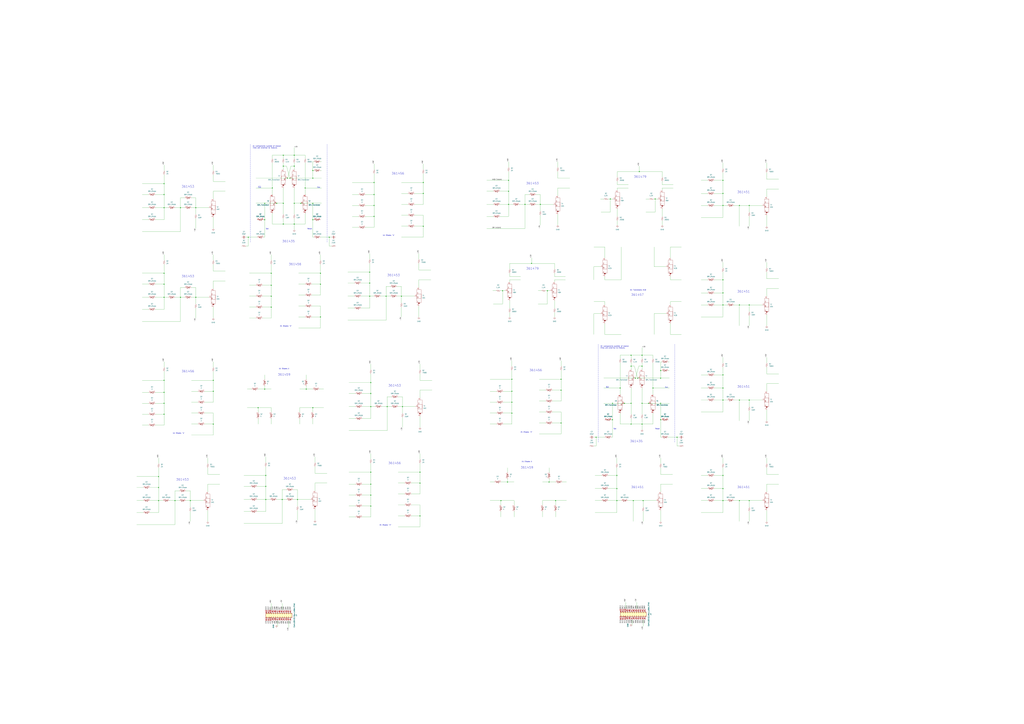
<source format=kicad_sch>
(kicad_sch (version 20211123) (generator eeschema)
  (paper "A0")
  (junction (at 434.34 251.46))
  (junction (at 354.33 218.4332))
  (junction (at 487.68 561.34))
  (junction (at 247.65 492.76))
  (junction (at 767.08 439.42))
  (junction (at 341.63 180.34))
  (junction (at 314.96 331.47))
  (junction (at 839.47 209.55))
  (junction (at 487.68 599.44))
  (junction (at 839.47 340.36))
  (junction (at 209.55 241.3))
  (junction (at 839.47 325.12))
  (junction (at 449.58 472.44))
  (junction (at 429.26 344.17))
  (junction (at 314.96 344.17))
  (junction (at 190.5 345.44))
  (junction (at 858.52 238.76))
  (junction (at 720.09 450.85))
  (junction (at 363.22 473.71))
  (junction (at 745.49 492.76))
  (junction (at 716.28 552.45))
  (junction (at 314.96 356.87))
  (junction (at 363.22 255.27))
  (junction (at 430.53 472.44))
  (junction (at 767.08 468.63))
  (junction (at 745.49 468.63))
  (junction (at 651.51 491.49))
  (junction (at 308.61 552.45))
  (junction (at 372.11 317.5))
  (junction (at 839.47 435.61))
  (junction (at 753.11 468.63))
  (junction (at 869.95 354.33))
  (junction (at 430.53 575.31))
  (junction (at 328.93 236.22))
  (junction (at 594.36 454.66))
  (junction (at 288.29 275.59))
  (junction (at 594.36 440.69))
  (junction (at 328.93 260.35))
  (junction (at 363.22 207.01))
  (junction (at 635.635 337.82))
  (junction (at 858.52 354.33))
  (junction (at 651.51 453.39))
  (junction (at 429.26 328.93))
  (junction (at 247.65 441.96))
  (junction (at 839.47 552.45))
  (junction (at 328.93 193.04))
  (junction (at 190.5 226.06))
  (junction (at 839.47 224.79))
  (junction (at 203.2 581.66))
  (junction (at 651.51 440.69))
  (junction (at 869.95 581.66))
  (junction (at 716.28 581.66))
  (junction (at 742.315 199.39))
  (junction (at 327.66 580.39))
  (junction (at 434.34 212.09))
  (junction (at 583.565 337.82))
  (junction (at 645.16 581.66))
  (junction (at 758.19 450.8432))
  (junction (at 732.79 425.45))
  (junction (at 341.63 236.22))
  (junction (at 372.11 368.3))
  (junction (at 227.33 345.44))
  (junction (at 184.15 553.72))
  (junction (at 589.28 560.07))
  (junction (at 590.55 222.25))
  (junction (at 434.34 238.76))
  (junction (at 692.15 508))
  (junction (at 372.11 330.2))
  (junction (at 767.08 430.53))
  (junction (at 190.5 241.3))
  (junction (at 491.49 212.09))
  (junction (at 737.87 439.42))
  (junction (at 434.34 226.06))
  (junction (at 349.25 236.22))
  (junction (at 767.08 487.68))
  (junction (at 209.55 345.44))
  (junction (at 839.47 238.76))
  (junction (at 732.79 492.76))
  (junction (at 711.2 468.63))
  (junction (at 429.26 316.23))
  (junction (at 716.28 567.69))
  (junction (at 299.72 473.71))
  (junction (at 590.55 237.49))
  (junction (at 839.47 450.85))
  (junction (at 190.5 468.63))
  (junction (at 341.63 260.35))
  (junction (at 220.98 581.66))
  (junction (at 355.6 452.12))
  (junction (at 617.22 306.07))
  (junction (at 430.53 588.01))
  (junction (at 307.34 452.12))
  (junction (at 491.49 262.89))
  (junction (at 190.5 441.96))
  (junction (at 839.47 354.33))
  (junction (at 184.15 581.66))
  (junction (at 307.34 236.22))
  (junction (at 467.36 472.44))
  (junction (at 839.47 567.69))
  (junction (at 732.79 412.75))
  (junction (at 609.6 237.49))
  (junction (at 581.66 581.66))
  (junction (at 594.36 480.06))
  (junction (at 627.38 237.49))
  (junction (at 316.23 218.44))
  (junction (at 466.09 344.17))
  (junction (at 735.33 581.66))
  (junction (at 190.5 455.93))
  (junction (at 839.47 464.82))
  (junction (at 363.22 198.12))
  (junction (at 336.55 207.01))
  (junction (at 190.5 317.5))
  (junction (at 745.49 412.75))
  (junction (at 308.61 580.39))
  (junction (at 858.52 581.66))
  (junction (at 190.5 481.33))
  (junction (at 487.68 548.64))
  (junction (at 786.13 508))
  (junction (at 430.53 457.2))
  (junction (at 725.17 468.63))
  (junction (at 430.53 444.5))
  (junction (at 760.73 231.14))
  (junction (at 594.36 467.36))
  (junction (at 382.27 275.59))
  (junction (at 314.96 317.5))
  (junction (at 732.79 468.63))
  (junction (at 839.47 581.66))
  (junction (at 430.53 562.61))
  (junction (at 227.33 241.3))
  (junction (at 328.93 180.34))
  (junction (at 190.5 330.2))
  (junction (at 869.95 464.82))
  (junction (at 711.2 487.68))
  (junction (at 184.15 566.42))
  (junction (at 334.01 207.01))
  (junction (at 448.31 344.17))
  (junction (at 491.49 224.79))
  (junction (at 858.52 464.82))
  (junction (at 746.76 581.66))
  (junction (at 745.49 425.45))
  (junction (at 708.66 231.14))
  (junction (at 430.53 548.64))
  (junction (at 637.54 560.07))
  (junction (at 308.61 565.15))
  (junction (at 740.41 439.42))
  (junction (at 341.63 193.04))
  (junction (at 590.55 209.55))
  (junction (at 363.22 236.22))
  (junction (at 869.95 238.76))
  (junction (at 345.44 580.39))
  (junction (at 321.31 236.22))
  (junction (at 190.5 213.36))
  (junction (at 247.65 454.66))
  (junction (at 307.34 255.27))
  (wire (pts (xy 165.1 345.44) (xy 172.72 345.44)))
  (wire (pts (xy 328.93 193.04) (xy 332.74 193.04)))
  (wire (pts (xy 890.27 219.71) (xy 904.24 219.71)))
  (wire (pts (xy 203.2 581.66) (xy 208.28 581.66)))
  (wire (pts (xy 839.47 552.45) (xy 829.31 552.45)))
  (wire (pts (xy 869.95 238.76) (xy 869.95 246.38)))
  (wire (pts (xy 354.33 180.34) (xy 354.33 184.15)))
  (wire (pts (xy 692.15 508) (xy 689.61 508)))
  (wire (pts (xy 775.97 508) (xy 786.13 508)))
  (wire (pts (xy 467.36 472.44) (xy 467.36 480.06)))
  (wire (pts (xy 466.09 344.17) (xy 481.33 344.17)))
  (wire (pts (xy 190.5 359.41) (xy 190.5 345.44)))
  (wire (pts (xy 487.68 483.87) (xy 487.68 496.57)))
  (wire (pts (xy 341.63 254) (xy 341.63 260.35)))
  (wire (pts (xy 647.7 199.39) (xy 647.7 207.01)))
  (wire (pts (xy 165.1 481.33) (xy 172.72 481.33)))
  (wire (pts (xy 165.1 359.41) (xy 172.72 359.41)))
  (wire (pts (xy 370.84 452.12) (xy 375.92 452.12)))
  (wire (pts (xy 643.89 349.25) (xy 643.89 358.14)))
  (wire (pts (xy 624.84 337.82) (xy 628.65 337.82)))
  (wire (pts (xy 732.79 421.64) (xy 732.79 425.45)))
  (wire (pts (xy 647.7 207.01) (xy 661.67 207.01)))
  (wire (pts (xy 742.315 199.39) (xy 768.985 199.39)))
  (wire (pts (xy 590.55 222.25) (xy 590.55 237.49)))
  (wire (pts (xy 361.95 368.3) (xy 372.11 368.3)))
  (wire (pts (xy 814.07 368.3) (xy 839.47 368.3)))
  (wire (pts (xy 466.09 344.17) (xy 466.09 332.74)))
  (wire (pts (xy 241.3 593.09) (xy 241.3 605.79)))
  (wire (pts (xy 420.37 600.71) (xy 430.53 600.71)))
  (wire (pts (xy 222.25 345.44) (xy 227.33 345.44)))
  (wire (pts (xy 745.49 492.76) (xy 732.79 492.76)))
  (wire (pts (xy 486.41 306.07) (xy 486.41 313.69)))
  (wire (pts (xy 716.28 532.13) (xy 716.28 538.48)))
  (wire (pts (xy 839.47 189.23) (xy 839.47 195.58)))
  (wire (pts (xy 643.89 327.66) (xy 643.89 325.12)))
  (wire (pts (xy 890.27 593.09) (xy 890.27 605.79)))
  (wire (pts (xy 708.66 231.14) (xy 711.835 231.14)))
  (wire (pts (xy 768.985 220.98) (xy 768.985 218.44)))
  (wire (pts (xy 645.16 594.36) (xy 645.16 600.71)))
  (wire (pts (xy 297.18 207.01) (xy 334.01 207.01)))
  (wire (pts (xy 283.21 565.15) (xy 290.83 565.15)))
  (wire (pts (xy 647.7 218.44) (xy 661.67 218.44)))
  (wire (pts (xy 345.44 580.39) (xy 345.44 568.96)))
  (wire (pts (xy 758.19 480.06) (xy 758.19 492.76)))
  (wire (pts (xy 814.07 552.45) (xy 821.69 552.45)))
  (wire (pts (xy 745.49 412.75) (xy 745.49 416.56)))
  (wire (pts (xy 702.31 299.72) (xy 702.31 287.02)))
  (wire (pts (xy 247.65 191.77) (xy 247.65 198.12)))
  (wire (pts (xy 716.28 567.69) (xy 716.28 581.66)))
  (wire (pts (xy 778.51 375.92) (xy 778.51 388.62)))
  (wire (pts (xy 690.88 581.66) (xy 698.5 581.66)))
  (wire (pts (xy 581.66 560.07) (xy 589.28 560.07)))
  (wire (pts (xy 184.15 595.63) (xy 184.15 581.66)))
  (wire (pts (xy 716.28 552.45) (xy 716.28 567.69)))
  (wire (pts (xy 429.26 328.93) (xy 419.1 328.93)))
  (wire (pts (xy 869.95 581.66) (xy 869.95 589.28)))
  (wire (pts (xy 241.3 562.61) (xy 255.27 562.61)))
  (wire (pts (xy 345.44 568.96) (xy 340.36 568.96)))
  (wire (pts (xy 322.58 721.36) (xy 322.58 727.71)))
  (wire (pts (xy 839.47 340.36) (xy 829.31 340.36)))
  (wire (pts (xy 363.22 255.27) (xy 363.22 275.59)))
  (wire (pts (xy 614.68 226.06) (xy 609.6 226.06)))
  (wire (pts (xy 247.65 252.73) (xy 247.65 265.43)))
  (wire (pts (xy 745.49 468.63) (xy 753.11 468.63)))
  (wire (pts (xy 767.08 562.61) (xy 781.05 562.61)))
  (wire (pts (xy 449.58 500.38) (xy 405.13 500.38)))
  (wire (pts (xy 327.66 608.33) (xy 283.21 608.33)))
  (wire (pts (xy 734.06 720.09) (xy 734.06 726.44)))
  (wire (pts (xy 346.71 330.2) (xy 354.33 330.2)))
  (wire (pts (xy 786.13 518.16) (xy 786.13 508)))
  (wire (pts (xy 697.865 246.38) (xy 708.66 246.38)))
  (wire (pts (xy 890.27 551.18) (xy 904.24 551.18)))
  (wire (pts (xy 430.53 548.64) (xy 430.53 562.61)))
  (wire (pts (xy 596.9 594.36) (xy 596.9 600.71)))
  (wire (pts (xy 581.025 337.82) (xy 583.565 337.82)))
  (wire (pts (xy 627.38 226.06) (xy 622.3 226.06)))
  (wire (pts (xy 645.16 581.66) (xy 629.92 581.66)))
  (wire (pts (xy 363.22 473.71) (xy 363.22 478.79)))
  (wire (pts (xy 222.25 441.96) (xy 247.65 441.96)))
  (wire (pts (xy 363.22 187.96) (xy 364.49 187.96)))
  (wire (pts (xy 462.28 612.14) (xy 487.68 612.14)))
  (wire (pts (xy 716.915 261.62) (xy 716.915 256.54)))
  (wire (pts (xy 214.63 334.01) (xy 209.55 334.01)))
  (wire (pts (xy 767.08 508) (xy 768.35 508)))
  (wire (pts (xy 858.52 488.95) (xy 858.52 464.82)))
  (wire (pts (xy 462.28 472.44) (xy 467.36 472.44)))
  (wire (pts (xy 429.26 294.64) (xy 429.26 300.99)))
  (wire (pts (xy 568.96 440.69) (xy 594.36 440.69)))
  (wire (pts (xy 732.79 492.76) (xy 720.09 492.76)))
  (wire (pts (xy 617.22 299.72) (xy 617.22 306.07)))
  (wire (pts (xy 405.13 472.44) (xy 412.75 472.44)))
  (wire (pts (xy 448.31 344.17) (xy 448.31 372.11)))
  (wire (pts (xy 237.49 467.36) (xy 247.65 467.36)))
  (polyline (pts (xy 783.59 400.05) (xy 783.59 514.35)))
  (wire (pts (xy 307.34 236.22) (xy 307.34 255.27)))
  (wire (pts (xy 288.29 275.59) (xy 285.75 275.59)))
  (polyline (pts (xy 694.69 400.05) (xy 694.69 514.35)))
  (wire (pts (xy 591.82 312.42) (xy 591.82 306.07)))
  (wire (pts (xy 328.93 236.22) (xy 328.93 248.92)))
  (wire (pts (xy 788.67 518.16) (xy 786.13 518.16)))
  (wire (pts (xy 591.82 325.12) (xy 604.52 325.12)))
  (wire (pts (xy 308.61 542.29) (xy 308.61 552.45)))
  (wire (pts (xy 746.76 594.36) (xy 746.76 605.79)))
  (wire (pts (xy 173.99 595.63) (xy 184.15 595.63)))
  (wire (pts (xy 711.2 487.68) (xy 711.2 508)))
  (wire (pts (xy 829.31 464.82) (xy 839.47 464.82)))
  (wire (pts (xy 778.51 350.52) (xy 791.21 350.52)))
  (wire (pts (xy 408.94 251.46) (xy 416.56 251.46)))
  (wire (pts (xy 190.5 441.96) (xy 190.5 455.93)))
  (wire (pts (xy 609.6 226.06) (xy 609.6 237.49)))
  (wire (pts (xy 307.34 236.22) (xy 321.31 236.22)))
  (wire (pts (xy 890.27 200.66) (xy 890.27 208.28)))
  (wire (pts (xy 477.52 574.04) (xy 487.68 574.04)))
  (wire (pts (xy 629.92 594.36) (xy 629.92 600.71)))
  (wire (pts (xy 839.47 567.69) (xy 839.47 581.66)))
  (wire (pts (xy 829.31 238.76) (xy 839.47 238.76)))
  (wire (pts (xy 814.07 595.63) (xy 839.47 595.63)))
  (wire (pts (xy 711.2 487.68) (xy 709.93 487.68)))
  (wire (pts (xy 190.5 468.63) (xy 190.5 481.33)))
  (wire (pts (xy 768.985 256.54) (xy 768.985 261.62)))
  (wire (pts (xy 759.46 364.49) (xy 759.46 388.62)))
  (wire (pts (xy 643.89 317.5) (xy 643.89 321.31)))
  (wire (pts (xy 491.49 190.5) (xy 491.49 196.85)))
  (wire (pts (xy 767.08 468.63) (xy 777.24 468.63)))
  (wire (pts (xy 462.28 586.74) (xy 469.9 586.74)))
  (wire (pts (xy 328.93 236.22) (xy 328.93 218.44)))
  (wire (pts (xy 363.22 236.22) (xy 363.22 255.27)))
  (wire (pts (xy 732.79 425.45) (xy 736.6 425.45)))
  (wire (pts (xy 487.68 586.74) (xy 487.68 599.44)))
  (wire (pts (xy 308.61 530.86) (xy 308.61 537.21)))
  (wire (pts (xy 355.6 452.12) (xy 347.98 452.12)))
  (wire (pts (xy 227.33 345.44) (xy 227.33 353.06)))
  (wire (pts (xy 247.65 231.14) (xy 247.65 222.25)))
  (wire (pts (xy 403.86 344.17) (xy 411.48 344.17)))
  (wire (pts (xy 247.65 335.28) (xy 247.65 326.39)))
  (wire (pts (xy 617.22 306.07) (xy 643.89 306.07)))
  (wire (pts (xy 627.38 237.49) (xy 627.38 245.11)))
  (wire (pts (xy 341.63 260.35) (xy 341.63 266.7)))
  (wire (pts (xy 403.86 328.93) (xy 411.48 328.93)))
  (wire (pts (xy 430.53 434.34) (xy 430.53 444.5)))
  (wire (pts (xy 890.27 365.76) (xy 890.27 378.46)))
  (wire (pts (xy 363.22 473.71) (xy 347.98 473.71)))
  (wire (pts (xy 839.47 325.12) (xy 829.31 325.12)))
  (wire (pts (xy 247.65 505.46) (xy 247.65 492.76)))
  (wire (pts (xy 767.08 420.37) (xy 768.35 420.37)))
  (wire (pts (xy 736.6 425.45) (xy 740.41 439.42)))
  (wire (pts (xy 641.35 478.79) (xy 651.51 478.79)))
  (wire (pts (xy 321.31 580.39) (xy 327.66 580.39)))
  (wire (pts (xy 341.63 180.34) (xy 341.63 184.15)))
  (wire (pts (xy 347.98 478.79) (xy 347.98 473.71)))
  (wire (pts (xy 190.5 241.3) (xy 180.34 241.3)))
  (wire (pts (xy 745.49 486.41) (xy 745.49 492.76)))
  (wire (pts (xy 584.2 467.36) (xy 594.36 467.36)))
  (wire (pts (xy 758.19 492.76) (xy 745.49 492.76)))
  (wire (pts (xy 778.51 388.62) (xy 791.21 388.62)))
  (wire (pts (xy 241.3 543.56) (xy 241.3 551.18)))
  (wire (pts (xy 839.47 304.8) (xy 839.47 311.15)))
  (wire (pts (xy 285.75 285.75) (xy 288.29 285.75)))
  (wire (pts (xy 767.08 543.56) (xy 767.08 551.18)))
  (wire (pts (xy 190.5 441.96) (xy 190.5 431.8)))
  (wire (pts (xy 405.13 444.5) (xy 430.53 444.5)))
  (wire (pts (xy 852.17 238.76) (xy 858.52 238.76)))
  (wire (pts (xy 568.96 480.06) (xy 576.58 480.06)))
  (wire (pts (xy 405.13 600.71) (xy 412.75 600.71)))
  (wire (pts (xy 363.22 452.12) (xy 355.6 452.12)))
  (wire (pts (xy 568.96 454.66) (xy 576.58 454.66)))
  (wire (pts (xy 190.5 255.27) (xy 190.5 241.3)))
  (wire (pts (xy 341.63 171.45) (xy 341.63 180.34)))
  (wire (pts (xy 732.79 468.63) (xy 732.79 450.85)))
  (wire (pts (xy 314.96 331.47) (xy 314.96 344.17)))
  (wire (pts (xy 363.22 275.59) (xy 364.49 275.59)))
  (wire (pts (xy 690.88 552.45) (xy 698.5 552.45)))
  (wire (pts (xy 196.85 581.66) (xy 203.2 581.66)))
  (wire (pts (xy 692.15 508) (xy 702.31 508)))
  (wire (pts (xy 565.15 209.55) (xy 590.55 209.55)))
  (wire (pts (xy 443.23 472.44) (xy 449.58 472.44)))
  (wire (pts (xy 869.95 581.66) (xy 885.19 581.66)))
  (wire (pts (xy 372.11 275.59) (xy 382.27 275.59)))
  (wire (pts (xy 839.47 415.29) (xy 839.47 421.64)))
  (wire (pts (xy 327.66 580.39) (xy 327.66 608.33)))
  (wire (pts (xy 203.2 241.3) (xy 209.55 241.3)))
  (wire (pts (xy 594.36 480.06) (xy 594.36 492.76)))
  (wire (pts (xy 641.35 453.39) (xy 651.51 453.39)))
  (wire (pts (xy 430.53 444.5) (xy 430.53 457.2)))
  (wire (pts (xy 347.98 486.41) (xy 347.98 492.76)))
  (wire (pts (xy 314.96 356.87) (xy 314.96 369.57)))
  (wire (pts (xy 227.33 345.44) (xy 227.33 334.01)))
  (wire (pts (xy 283.21 580.39) (xy 290.83 580.39)))
  (wire (pts (xy 721.36 325.12) (xy 721.36 287.02)))
  (wire (pts (xy 839.47 595.63) (xy 839.47 581.66)))
  (wire (pts (xy 858.52 238.76) (xy 869.95 238.76)))
  (wire (pts (xy 307.34 435.61) (xy 307.34 440.69)))
  (wire (pts (xy 635.635 353.06) (xy 635.635 337.82)))
  (wire (pts (xy 354.33 247.65) (xy 354.33 260.35)))
  (wire (pts (xy 594.36 467.36) (xy 594.36 480.06)))
  (wire (pts (xy 652.78 560.07) (xy 657.86 560.07)))
  (wire (pts (xy 430.53 457.2) (xy 420.37 457.2)))
  (wire (pts (xy 778.51 354.33) (xy 778.51 350.52)))
  (wire (pts (xy 467.36 485.14) (xy 467.36 496.57)))
  (wire (pts (xy 180.34 494.03) (xy 190.5 494.03)))
  (wire (pts (xy 584.2 454.66) (xy 594.36 454.66)))
  (wire (pts (xy 327.66 701.04) (xy 327.66 708.66)))
  (wire (pts (xy 355.6 435.61) (xy 355.6 440.69)))
  (wire (pts (xy 237.49 480.06) (xy 247.65 480.06)))
  (wire (pts (xy 753.11 468.63) (xy 767.08 468.63)))
  (wire (pts (xy 335.28 721.36) (xy 335.28 728.98)))
  (wire (pts (xy 289.56 331.47) (xy 297.18 331.47)))
  (wire (pts (xy 314.96 344.17) (xy 314.96 356.87)))
  (wire (pts (xy 430.53 548.64) (xy 430.53 538.48)))
  (wire (pts (xy 706.12 581.66) (xy 716.28 581.66)))
  (wire (pts (xy 184.15 532.13) (xy 184.15 538.48)))
  (wire (pts (xy 839.47 435.61) (xy 829.31 435.61)))
  (wire (pts (xy 869.95 354.33) (xy 869.95 361.95)))
  (wire (pts (xy 486.41 325.12) (xy 500.38 325.12)))
  (wire (pts (xy 759.46 309.88) (xy 759.46 287.02)))
  (wire (pts (xy 590.55 199.39) (xy 590.55 209.55)))
  (wire (pts (xy 165.1 468.63) (xy 172.72 468.63)))
  (wire (pts (xy 165.1 241.3) (xy 172.72 241.3)))
  (wire (pts (xy 651.51 453.39) (xy 651.51 440.69)))
  (wire (pts (xy 365.76 591.82) (xy 365.76 604.52)))
  (wire (pts (xy 448.31 344.17) (xy 453.39 344.17)))
  (wire (pts (xy 839.47 532.13) (xy 839.47 538.48)))
  (wire (pts (xy 591.82 349.25) (xy 591.82 358.14)))
  (wire (pts (xy 466.09 344.17) (xy 466.09 351.79)))
  (wire (pts (xy 363.22 255.27) (xy 364.49 255.27)))
  (wire (pts (xy 307.34 452.12) (xy 314.96 452.12)))
  (wire (pts (xy 869.95 594.36) (xy 869.95 605.79)))
  (wire (pts (xy 583.565 353.06) (xy 583.565 337.82)))
  (wire (pts (xy 626.11 440.69) (xy 651.51 440.69)))
  (wire (pts (xy 594.36 440.69) (xy 594.36 454.66)))
  (wire (pts (xy 354.33 218.4332) (xy 354.33 226.06)))
  (wire (pts (xy 247.65 314.96) (xy 261.62 314.96)))
  (wire (pts (xy 209.55 269.24) (xy 165.1 269.24)))
  (wire (pts (xy 839.47 543.56) (xy 839.47 552.45)))
  (wire (pts (xy 429.26 344.17) (xy 434.34 344.17)))
  (wire (pts (xy 190.5 420.37) (xy 190.5 426.72)))
  (wire (pts (xy 651.51 478.79) (xy 651.51 491.49)))
  (wire (pts (xy 890.27 571.5) (xy 890.27 562.61)))
  (wire (pts (xy 487.68 561.34) (xy 487.68 548.64)))
  (wire (pts (xy 814.07 209.55) (xy 821.69 209.55)))
  (wire (pts (xy 222.25 454.66) (xy 229.87 454.66)))
  (wire (pts (xy 461.01 344.17) (xy 466.09 344.17)))
  (wire (pts (xy 165.1 226.06) (xy 172.72 226.06)))
  (wire (pts (xy 408.94 264.16) (xy 416.56 264.16)))
  (wire (pts (xy 209.55 373.38) (xy 165.1 373.38)))
  (wire (pts (xy 839.47 450.85) (xy 829.31 450.85)))
  (wire (pts (xy 626.11 478.79) (xy 633.73 478.79)))
  (wire (pts (xy 651.51 466.09) (xy 651.51 453.39)))
  (wire (pts (xy 745.49 468.63) (xy 745.49 481.33)))
  (wire (pts (xy 768.985 218.44) (xy 781.685 218.44)))
  (wire (pts (xy 429.26 316.23) (xy 429.26 328.93)))
  (wire (pts (xy 635.635 337.82) (xy 638.81 337.82)))
  (wire (pts (xy 203.2 581.66) (xy 203.2 609.6)))
  (wire (pts (xy 287.02 473.71) (xy 299.72 473.71)))
  (wire (pts (xy 626.11 491.49) (xy 633.73 491.49)))
  (wire (pts (xy 591.82 321.31) (xy 604.52 321.31)))
  (wire (pts (xy 190.5 317.5) (xy 190.5 330.2)))
  (wire (pts (xy 372.11 187.96) (xy 373.38 187.96)))
  (wire (pts (xy 589.28 543.56) (xy 589.28 548.64)))
  (wire (pts (xy 222.25 241.3) (xy 227.33 241.3)))
  (wire (pts (xy 424.18 264.16) (xy 434.34 264.16)))
  (wire (pts (xy 716.915 199.39) (xy 742.315 199.39)))
  (wire (pts (xy 190.5 481.33) (xy 190.5 494.03)))
  (wire (pts (xy 314.96 317.5) (xy 314.96 307.34)))
  (wire (pts (xy 208.28 570.23) (xy 203.2 570.23)))
  (wire (pts (xy 858.52 464.82) (xy 869.95 464.82)))
  (wire (pts (xy 346.71 317.5) (xy 372.11 317.5)))
  (wire (pts (xy 486.41 313.69) (xy 500.38 313.69)))
  (wire (pts (xy 702.31 287.02) (xy 689.61 287.02)))
  (wire (pts (xy 626.11 466.09) (xy 633.73 466.09)))
  (wire (pts (xy 354.33 189.23) (xy 354.33 218.4332)))
  (wire (pts (xy 345.44 580.39) (xy 345.44 588.01)))
  (wire (pts (xy 453.39 332.74) (xy 448.31 332.74)))
  (wire (pts (xy 767.08 487.68) (xy 768.35 487.68)))
  (wire (pts (xy 462.28 561.34) (xy 469.9 561.34)))
  (wire (pts (xy 829.31 354.33) (xy 839.47 354.33)))
  (wire (pts (xy 716.28 552.45) (xy 706.12 552.45)))
  (wire (pts (xy 209.55 345.44) (xy 209.55 373.38)))
  (wire (pts (xy 839.47 252.73) (xy 839.47 238.76)))
  (wire (pts (xy 565.15 222.25) (xy 572.77 222.25)))
  (wire (pts (xy 434.34 238.76) (xy 434.34 251.46)))
  (wire (pts (xy 814.07 252.73) (xy 839.47 252.73)))
  (wire (pts (xy 462.28 574.04) (xy 469.9 574.04)))
  (wire (pts (xy 689.61 309.88) (xy 689.61 325.12)))
  (wire (pts (xy 746.76 581.66) (xy 762 581.66)))
  (wire (pts (xy 158.75 595.63) (xy 166.37 595.63)))
  (wire (pts (xy 424.18 226.06) (xy 434.34 226.06)))
  (wire (pts (xy 594.36 454.66) (xy 594.36 467.36)))
  (wire (pts (xy 890.27 476.25) (xy 890.27 488.95)))
  (wire (pts (xy 858.52 605.79) (xy 858.52 581.66)))
  (wire (pts (xy 732.79 486.41) (xy 732.79 492.76)))
  (wire (pts (xy 165.1 213.36) (xy 190.5 213.36)))
  (wire (pts (xy 222.25 492.76) (xy 229.87 492.76)))
  (wire (pts (xy 487.68 434.34) (xy 487.68 441.96)))
  (wire (pts (xy 341.63 180.34) (xy 354.33 180.34)))
  (wire (pts (xy 690.88 567.69) (xy 698.5 567.69)))
  (wire (pts (xy 209.55 241.3) (xy 214.63 241.3)))
  (wire (pts (xy 190.5 241.3) (xy 195.58 241.3)))
  (wire (pts (xy 449.58 461.01) (xy 449.58 472.44)))
  (wire (pts (xy 227.33 241.3) (xy 227.33 248.92)))
  (wire (pts (xy 448.31 332.74) (xy 448.31 344.17)))
  (wire (pts (xy 328.93 254) (xy 328.93 260.35)))
  (wire (pts (xy 767.08 551.18) (xy 781.05 551.18)))
  (wire (pts (xy 890.27 426.72) (xy 890.27 434.34)))
  (wire (pts (xy 247.65 441.96) (xy 247.65 431.8)))
  (wire (pts (xy 858.52 378.46) (xy 858.52 354.33)))
  (wire (pts (xy 466.09 356.87) (xy 466.09 368.3)))
  (wire (pts (xy 220.98 581.66) (xy 220.98 570.23)))
  (wire (pts (xy 758.19 421.64) (xy 758.19 450.8432)))
  (wire (pts (xy 767.08 430.53) (xy 767.08 439.42)))
  (wire (pts (xy 346.71 342.9) (xy 354.33 342.9)))
  (wire (pts (xy 429.26 358.14) (xy 429.26 344.17)))
  (wire (pts (xy 184.15 581.66) (xy 189.23 581.66)))
  (wire (pts (xy 749.935 246.38) (xy 760.73 246.38)))
  (wire (pts (xy 340.36 580.39) (xy 345.44 580.39)))
  (wire (pts (xy 288.29 285.75) (xy 288.29 275.59)))
  (wire (pts (xy 314.96 295.91) (xy 314.96 302.26)))
  (wire (pts (xy 345.44 580.39) (xy 360.68 580.39)))
  (wire (pts (xy 237.49 492.76) (xy 247.65 492.76)))
  (wire (pts (xy 590.55 187.96) (xy 590.55 194.31)))
  (wire (pts (xy 609.6 237.49) (xy 614.68 237.49)))
  (wire (pts (xy 814.07 435.61) (xy 821.69 435.61)))
  (wire (pts (xy 308.61 552.45) (xy 308.61 565.15)))
  (wire (pts (xy 767.08 420.37) (xy 767.08 430.53)))
  (wire (pts (xy 430.53 472.44) (xy 435.61 472.44)))
  (wire (pts (xy 289.56 356.87) (xy 297.18 356.87)))
  (wire (pts (xy 372.11 381) (xy 372.11 368.3)))
  (wire (pts (xy 365.76 530.86) (xy 365.76 537.21)))
  (wire (pts (xy 814.07 224.79) (xy 821.69 224.79)))
  (wire (pts (xy 372.11 198.12) (xy 373.38 198.12)))
  (wire (pts (xy 327.66 580.39) (xy 332.74 580.39)))
  (wire (pts (xy 466.09 224.79) (xy 473.71 224.79)))
  (wire (pts (xy 227.33 334.01) (xy 222.25 334.01)))
  (wire (pts (xy 775.97 420.37) (xy 777.24 420.37)))
  (wire (pts (xy 643.89 321.31) (xy 656.59 321.31)))
  (wire (pts (xy 568.96 492.76) (xy 576.58 492.76)))
  (wire (pts (xy 220.98 594.36) (xy 220.98 605.79)))
  (wire (pts (xy 768.985 242.57) (xy 768.985 251.46)))
  (wire (pts (xy 839.47 238.76) (xy 844.55 238.76)))
  (wire (pts (xy 643.89 325.12) (xy 656.59 325.12)))
  (wire (pts (xy 314.96 317.5) (xy 314.96 331.47)))
  (wire (pts (xy 643.89 306.07) (xy 643.89 312.42)))
  (wire (pts (xy 420.37 588.01) (xy 430.53 588.01)))
  (wire (pts (xy 298.45 594.36) (xy 308.61 594.36)))
  (wire (pts (xy 758.19 412.75) (xy 758.19 416.56)))
  (wire (pts (xy 403.86 358.14) (xy 411.48 358.14)))
  (wire (pts (xy 365.76 570.23) (xy 365.76 561.34)))
  (wire (pts (xy 209.55 345.44) (xy 214.63 345.44)))
  (wire (pts (xy 568.96 581.66) (xy 581.66 581.66)))
  (wire (pts (xy 701.04 450.85) (xy 720.09 450.85)))
  (wire (pts (xy 332.74 568.96) (xy 327.66 568.96)))
  (wire (pts (xy 430.53 422.91) (xy 430.53 429.26)))
  (wire (pts (xy 307.34 255.27) (xy 306.07 255.27)))
  (wire (pts (xy 641.35 491.49) (xy 651.51 491.49)))
  (wire (pts (xy 839.47 567.69) (xy 829.31 567.69)))
  (wire (pts (xy 477.52 561.34) (xy 487.68 561.34)))
  (wire (pts (xy 227.33 345.44) (xy 242.57 345.44)))
  (wire (pts (xy 486.41 355.6) (xy 486.41 368.3)))
  (wire (pts (xy 890.27 434.34) (xy 904.24 434.34)))
  (wire (pts (xy 740.41 439.42) (xy 767.08 439.42)))
  (wire (pts (xy 405.13 575.31) (xy 412.75 575.31)))
  (wire (pts (xy 190.5 191.77) (xy 190.5 198.12)))
  (wire (pts (xy 689.61 518.16) (xy 692.15 518.16)))
  (wire (pts (xy 716.915 220.98) (xy 716.915 218.44)))
  (wire (pts (xy 716.915 218.44) (xy 729.615 218.44)))
  (wire (pts (xy 365.76 542.29) (xy 365.76 549.91)))
  (wire (pts (xy 304.8 356.87) (xy 314.96 356.87)))
  (wire (pts (xy 405.13 548.64) (xy 430.53 548.64)))
  (wire (pts (xy 839.47 209.55) (xy 839.47 224.79)))
  (wire (pts (xy 241.3 532.13) (xy 241.3 538.48)))
  (polyline (pts (xy 290.83 167.64) (xy 290.83 281.94)))
  (wire (pts (xy 227.33 241.3) (xy 227.33 229.87)))
  (wire (pts (xy 337.82 193.04) (xy 334.01 207.01)))
  (wire (pts (xy 363.22 198.12) (xy 364.49 198.12)))
  (wire (pts (xy 626.11 453.39) (xy 633.73 453.39)))
  (wire (pts (xy 365.76 549.91) (xy 379.73 549.91)))
  (wire (pts (xy 594.36 419.1) (xy 594.36 425.45)))
  (wire (pts (xy 749.935 231.14) (xy 753.745 231.14)))
  (wire (pts (xy 890.27 208.28) (xy 904.24 208.28)))
  (wire (pts (xy 839.47 426.72) (xy 839.47 435.61)))
  (wire (pts (xy 716.28 543.56) (xy 716.28 552.45)))
  (wire (pts (xy 430.53 562.61) (xy 430.53 575.31)))
  (wire (pts (xy 316.23 189.23) (xy 316.23 218.44)))
  (wire (pts (xy 190.5 330.2) (xy 190.5 345.44)))
  (wire (pts (xy 227.33 241.3) (xy 242.57 241.3)))
  (wire (pts (xy 591.82 327.66) (xy 591.82 325.12)))
  (polyline (pts (xy 379.73 167.64) (xy 379.73 281.94)))
  (wire (pts (xy 466.09 275.59) (xy 491.49 275.59)))
  (wire (pts (xy 778.51 287.02) (xy 791.21 287.02)))
  (wire (pts (xy 328.93 193.04) (xy 328.93 196.85)))
  (wire (pts (xy 341.63 193.04) (xy 337.82 193.04)))
  (wire (pts (xy 429.26 328.93) (xy 429.26 344.17)))
  (wire (pts (xy 596.9 586.74) (xy 596.9 581.66)))
  (wire (pts (xy 839.47 435.61) (xy 839.47 450.85)))
  (wire (pts (xy 760.73 231.14) (xy 763.905 231.14)))
  (wire (pts (xy 767.08 430.53) (xy 768.35 430.53)))
  (wire (pts (xy 890.27 532.13) (xy 890.27 538.48)))
  (wire (pts (xy 773.43 364.49) (xy 759.46 364.49)))
  (wire (pts (xy 209.55 241.3) (xy 209.55 269.24)))
  (wire (pts (xy 288.29 275.59) (xy 298.45 275.59)))
  (wire (pts (xy 890.27 316.23) (xy 890.27 323.85)))
  (wire (pts (xy 814.07 581.66) (xy 821.69 581.66)))
  (wire (pts (xy 430.53 486.41) (xy 430.53 472.44)))
  (wire (pts (xy 434.34 212.09) (xy 434.34 201.93)))
  (wire (pts (xy 203.2 609.6) (xy 158.75 609.6)))
  (wire (pts (xy 299.72 473.71) (xy 314.96 473.71)))
  (wire (pts (xy 247.65 295.91) (xy 247.65 302.26)))
  (wire (pts (xy 890.27 323.85) (xy 904.24 323.85)))
  (wire (pts (xy 745.49 403.86) (xy 745.49 412.75)))
  (wire (pts (xy 289.56 344.17) (xy 297.18 344.17)))
  (wire (pts (xy 869.95 238.76) (xy 885.19 238.76)))
  (wire (pts (xy 283.21 552.45) (xy 308.61 552.45)))
  (wire (pts (xy 657.86 581.66) (xy 645.16 581.66)))
  (wire (pts (xy 372.11 342.9) (xy 372.11 330.2)))
  (wire (pts (xy 565.15 237.49) (xy 572.77 237.49)))
  (wire (pts (xy 768.985 214.63) (xy 781.685 214.63)))
  (wire (pts (xy 590.55 222.25) (xy 580.39 222.25)))
  (wire (pts (xy 745.49 450.85) (xy 745.49 468.63)))
  (wire (pts (xy 341.63 218.44) (xy 341.63 236.22)))
  (wire (pts (xy 466.09 250.19) (xy 473.71 250.19)))
  (wire (pts (xy 363.22 187.96) (xy 363.22 198.12)))
  (wire (pts (xy 180.34 255.27) (xy 190.5 255.27)))
  (wire (pts (xy 241.3 571.5) (xy 241.3 562.61)))
  (wire (pts (xy 203.2 345.44) (xy 209.55 345.44)))
  (wire (pts (xy 299.72 473.71) (xy 299.72 478.79)))
  (wire (pts (xy 732.79 425.45) (xy 732.79 429.26)))
  (wire (pts (xy 839.47 340.36) (xy 839.47 354.33)))
  (wire (pts (xy 637.54 543.56) (xy 637.54 548.64)))
  (wire (pts (xy 477.52 599.44) (xy 487.68 599.44)))
  (wire (pts (xy 214.63 229.87) (xy 209.55 229.87)))
  (wire (pts (xy 829.31 581.66) (xy 839.47 581.66)))
  (wire (pts (xy 814.07 354.33) (xy 821.69 354.33)))
  (wire (pts (xy 584.2 480.06) (xy 594.36 480.06)))
  (wire (pts (xy 486.41 294.64) (xy 486.41 300.99)))
  (wire (pts (xy 184.15 566.42) (xy 173.99 566.42)))
  (wire (pts (xy 341.63 193.04) (xy 341.63 196.85)))
  (wire (pts (xy 716.28 581.66) (xy 721.36 581.66)))
  (wire (pts (xy 316.23 180.34) (xy 316.23 184.15)))
  (wire (pts (xy 222.25 480.06) (xy 229.87 480.06)))
  (wire (pts (xy 735.33 605.79) (xy 735.33 581.66)))
  (wire (pts (xy 158.75 581.66) (xy 166.37 581.66)))
  (wire (pts (xy 247.65 356.87) (xy 247.65 369.57)))
  (wire (pts (xy 711.2 468.63) (xy 725.17 468.63)))
  (wire (pts (xy 328.93 180.34) (xy 328.93 184.15)))
  (wire (pts (xy 852.17 354.33) (xy 858.52 354.33)))
  (wire (pts (xy 184.15 566.42) (xy 184.15 581.66)))
  (wire (pts (xy 711.2 508) (xy 709.93 508)))
  (wire (pts (xy 361.95 342.9) (xy 372.11 342.9)))
  (wire (pts (xy 354.33 260.35) (xy 341.63 260.35)))
  (wire (pts (xy 839.47 354.33) (xy 844.55 354.33)))
  (wire (pts (xy 408.94 212.09) (xy 434.34 212.09)))
  (wire (pts (xy 467.36 472.44) (xy 482.6 472.44)))
  (wire (pts (xy 209.55 229.87) (xy 209.55 241.3)))
  (wire (pts (xy 641.35 466.09) (xy 651.51 466.09)))
  (wire (pts (xy 220.98 570.23) (xy 215.9 570.23)))
  (wire (pts (xy 241.3 551.18) (xy 255.27 551.18)))
  (wire (pts (xy 778.51 321.31) (xy 778.51 325.12)))
  (wire (pts (xy 591.82 368.3) (xy 591.82 363.22)))
  (wire (pts (xy 316.23 218.44) (xy 316.23 226.06)))
  (wire (pts (xy 448.31 372.11) (xy 403.86 372.11)))
  (wire (pts (xy 314.96 486.41) (xy 314.96 492.76)))
  (wire (pts (xy 572.77 353.06) (xy 583.565 353.06)))
  (wire (pts (xy 158.75 553.72) (xy 184.15 553.72)))
  (wire (pts (xy 627.38 237.49) (xy 627.38 226.06)))
  (wire (pts (xy 184.15 543.56) (xy 184.15 553.72)))
  (wire (pts (xy 746.76 720.09) (xy 746.76 727.71)))
  (wire (pts (xy 466.09 332.74) (xy 461.01 332.74)))
  (wire (pts (xy 487.68 453.39) (xy 501.65 453.39)))
  (wire (pts (xy 720.09 412.75) (xy 720.09 416.56)))
  (wire (pts (xy 349.25 236.22) (xy 363.22 236.22)))
  (wire (pts (xy 651.51 440.69) (xy 651.51 430.53)))
  (wire (pts (xy 580.39 251.46) (xy 590.55 251.46)))
  (wire (pts (xy 297.18 218.44) (xy 316.23 218.44)))
  (wire (pts (xy 732.79 412.75) (xy 745.49 412.75)))
  (wire (pts (xy 408.94 238.76) (xy 416.56 238.76)))
  (wire (pts (xy 839.47 450.85) (xy 839.47 464.82)))
  (wire (pts (xy 487.68 548.64) (xy 487.68 538.48)))
  (wire (pts (xy 430.53 457.2) (xy 430.53 472.44)))
  (wire (pts (xy 190.5 226.06) (xy 180.34 226.06)))
  (wire (pts (xy 814.07 464.82) (xy 821.69 464.82)))
  (wire (pts (xy 637.54 556.26) (xy 637.54 560.07)))
  (wire (pts (xy 589.28 556.26) (xy 589.28 560.07)))
  (wire (pts (xy 645.16 560.07) (xy 637.54 560.07)))
  (wire (pts (xy 429.26 344.17) (xy 419.1 344.17)))
  (wire (pts (xy 487.68 422.91) (xy 487.68 429.26)))
  (wire (pts (xy 890.27 189.23) (xy 890.27 195.58)))
  (wire (pts (xy 589.28 560.07) (xy 596.9 560.07)))
  (wire (pts (xy 603.25 237.49) (xy 609.6 237.49)))
  (wire (pts (xy 328.93 260.35) (xy 316.23 260.35)))
  (wire (pts (xy 180.34 455.93) (xy 190.5 455.93)))
  (wire (pts (xy 227.33 254) (xy 227.33 265.43)))
  (wire (pts (xy 424.18 251.46) (xy 434.34 251.46)))
  (wire (pts (xy 701.04 439.42) (xy 737.87 439.42)))
  (wire (pts (xy 702.31 350.52) (xy 702.31 354.33)))
  (wire (pts (xy 627.38 250.19) (xy 627.38 261.62)))
  (wire (pts (xy 814.07 325.12) (xy 821.69 325.12)))
  (wire (pts (xy 363.22 486.41) (xy 363.22 492.76)))
  (wire (pts (xy 858.52 581.66) (xy 869.95 581.66)))
  (wire (pts (xy 590.55 237.49) (xy 595.63 237.49)))
  (wire (pts (xy 702.31 388.62) (xy 721.36 388.62)))
  (wire (pts (xy 346.71 368.3) (xy 354.33 368.3)))
  (wire (pts (xy 314.96 701.04) (xy 314.96 708.66)))
  (wire (pts (xy 701.04 468.63) (xy 711.2 468.63)))
  (wire (pts (xy 247.65 203.2) (xy 247.65 210.82)))
  (wire (pts (xy 626.11 504.19) (xy 651.51 504.19)))
  (wire (pts (xy 158.75 566.42) (xy 166.37 566.42)))
  (wire (pts (xy 247.65 307.34) (xy 247.65 314.96)))
  (wire (pts (xy 869.95 464.82) (xy 869.95 472.44)))
  (wire (pts (xy 382.27 285.75) (xy 382.27 275.59)))
  (wire (pts (xy 890.27 543.56) (xy 890.27 551.18)))
  (wire (pts (xy 890.27 445.77) (xy 904.24 445.77)))
  (wire (pts (xy 858.52 262.89) (xy 858.52 238.76)))
  (wire (pts (xy 341.63 260.35) (xy 328.93 260.35)))
  (wire (pts (xy 190.5 213.36) (xy 190.5 226.06)))
  (wire (pts (xy 852.17 464.82) (xy 858.52 464.82)))
  (wire (pts (xy 706.12 231.14) (xy 708.66 231.14)))
  (wire (pts (xy 745.49 425.45) (xy 741.68 425.45)))
  (wire (pts (xy 720.09 492.76) (xy 720.09 480.06)))
  (wire (pts (xy 341.63 189.23) (xy 341.63 193.04)))
  (wire (pts (xy 814.07 567.69) (xy 821.69 567.69)))
  (wire (pts (xy 449.58 472.44) (xy 449.58 500.38)))
  (wire (pts (xy 190.5 345.44) (xy 180.34 345.44)))
  (wire (pts (xy 283.21 594.36) (xy 290.83 594.36)))
  (wire (pts (xy 462.28 548.64) (xy 487.68 548.64)))
  (wire (pts (xy 890.27 415.29) (xy 890.27 421.64)))
  (wire (pts (xy 839.47 316.23) (xy 839.47 325.12)))
  (wire (pts (xy 697.23 309.88) (xy 689.61 309.88)))
  (wire (pts (xy 405.13 457.2) (xy 412.75 457.2)))
  (wire (pts (xy 467.36 461.01) (xy 462.28 461.01)))
  (wire (pts (xy 726.44 699.77) (xy 726.44 707.39)))
  (wire (pts (xy 778.51 325.12) (xy 791.21 325.12)))
  (wire (pts (xy 767.08 468.63) (xy 767.08 487.68)))
  (wire (pts (xy 405.13 562.61) (xy 412.75 562.61)))
  (wire (pts (xy 237.49 454.66) (xy 247.65 454.66)))
  (wire (pts (xy 742.315 193.04) (xy 742.315 199.39)))
  (wire (pts (xy 307.34 255.27) (xy 307.34 275.59)))
  (wire (pts (xy 645.16 581.66) (xy 645.16 586.74)))
  (wire (pts (xy 363.22 236.22) (xy 373.38 236.22)))
  (wire (pts (xy 869.95 367.03) (xy 869.95 378.46)))
  (wire (pts (xy 584.2 492.76) (xy 594.36 492.76)))
  (wire (pts (xy 321.31 236.22) (xy 328.93 236.22)))
  (wire (pts (xy 289.56 317.5) (xy 314.96 317.5)))
  (wire (pts (xy 328.93 189.23) (xy 328.93 193.04)))
  (wire (pts (xy 581.66 594.36) (xy 581.66 600.71)))
  (wire (pts (xy 487.68 441.96) (xy 501.65 441.96)))
  (wire (pts (xy 720.09 421.64) (xy 720.09 450.85)))
  (wire (pts (xy 165.1 494.03) (xy 172.72 494.03)))
  (wire (pts (xy 424.18 238.76) (xy 434.34 238.76)))
  (wire (pts (xy 869.95 464.82) (xy 885.19 464.82)))
  (wire (pts (xy 190.5 307.34) (xy 190.5 317.5)))
  (wire (pts (xy 372.11 317.5) (xy 372.11 307.34)))
  (wire (pts (xy 568.96 560.07) (xy 574.04 560.07)))
  (wire (pts (xy 890.27 454.66) (xy 890.27 445.77)))
  (wire (pts (xy 363.22 207.01) (xy 373.38 207.01)))
  (wire (pts (xy 429.26 306.07) (xy 429.26 316.23)))
  (wire (pts (xy 454.66 461.01) (xy 449.58 461.01)))
  (wire (pts (xy 361.95 355.6) (xy 372.11 355.6)))
  (wire (pts (xy 481.33 237.49) (xy 491.49 237.49)))
  (wire (pts (xy 190.5 455.93) (xy 190.5 468.63)))
  (wire (pts (xy 481.33 262.89) (xy 491.49 262.89)))
  (wire (pts (xy 434.34 190.5) (xy 434.34 196.85)))
  (wire (pts (xy 441.96 344.17) (xy 448.31 344.17)))
  (wire (pts (xy 583.565 337.82) (xy 586.74 337.82)))
  (wire (pts (xy 716.915 205.74) (xy 716.915 199.39)))
  (wire (pts (xy 190.5 226.06) (xy 190.5 241.3)))
  (wire (pts (xy 304.8 369.57) (xy 314.96 369.57)))
  (wire (pts (xy 354.33 218.4332) (xy 373.38 218.4332)))
  (wire (pts (xy 767.08 571.5) (xy 767.08 562.61)))
  (wire (pts (xy 590.55 237.49) (xy 580.39 237.49)))
  (wire (pts (xy 346.71 381) (xy 372.11 381)))
  (wire (pts (xy 372.11 355.6) (xy 372.11 368.3)))
  (wire (pts (xy 361.95 330.2) (xy 372.11 330.2)))
  (wire (pts (xy 297.18 236.22) (xy 307.34 236.22)))
  (wire (pts (xy 786.13 508) (xy 788.67 508)))
  (wire (pts (xy 184.15 553.72) (xy 184.15 566.42)))
  (wire (pts (xy 839.47 325.12) (xy 839.47 340.36)))
  (wire (pts (xy 247.65 222.25) (xy 261.62 222.25)))
  (wire (pts (xy 466.09 262.89) (xy 473.71 262.89)))
  (wire (pts (xy 591.82 306.07) (xy 617.22 306.07)))
  (wire (pts (xy 486.41 334.01) (xy 486.41 325.12)))
  (wire (pts (xy 767.08 593.09) (xy 767.08 605.79)))
  (wire (pts (xy 247.65 326.39) (xy 261.62 326.39)))
  (wire (pts (xy 247.65 210.82) (xy 261.62 210.82)))
  (wire (pts (xy 890.27 228.6) (xy 890.27 219.71)))
  (wire (pts (xy 609.6 237.49) (xy 609.6 265.43)))
  (wire (pts (xy 741.68 425.45) (xy 737.87 439.42)))
  (wire (pts (xy 462.28 599.44) (xy 469.9 599.44)))
  (wire (pts (xy 716.915 242.57) (xy 716.915 251.46)))
  (wire (pts (xy 767.08 487.68) (xy 767.08 508)))
  (wire (pts (xy 778.51 299.72) (xy 778.51 287.02)))
  (wire (pts (xy 869.95 251.46) (xy 869.95 262.89)))
  (wire (pts (xy 384.81 285.75) (xy 382.27 285.75)))
  (wire (pts (xy 420.37 575.31) (xy 430.53 575.31)))
  (wire (pts (xy 568.96 467.36) (xy 576.58 467.36)))
  (wire (pts (xy 420.37 562.61) (xy 430.53 562.61)))
  (wire (pts (xy 689.61 350.52) (xy 702.31 350.52)))
  (wire (pts (xy 702.31 325.12) (xy 721.36 325.12)))
  (wire (pts (xy 767.08 439.42) (xy 777.24 439.42)))
  (wire (pts (xy 581.66 581.66) (xy 581.66 586.74)))
  (wire (pts (xy 491.49 275.59) (xy 491.49 262.89)))
  (wire (pts (xy 375.92 473.71) (xy 363.22 473.71)))
  (wire (pts (xy 363.22 198.12) (xy 363.22 207.01)))
  (wire (pts (xy 839.47 581.66) (xy 844.55 581.66)))
  (wire (pts (xy 430.53 472.44) (xy 420.37 472.44)))
  (wire (pts (xy 572.135 337.82) (xy 575.945 337.82)))
  (wire (pts (xy 419.1 358.14) (xy 429.26 358.14)))
  (wire (pts (xy 190.5 203.2) (xy 190.5 213.36)))
  (wire (pts (xy 491.49 250.19) (xy 491.49 262.89)))
  (wire (pts (xy 316.23 260.35) (xy 316.23 247.65)))
  (wire (pts (xy 466.09 237.49) (xy 473.71 237.49)))
  (wire (pts (xy 304.8 344.17) (xy 314.96 344.17)))
  (wire (pts (xy 735.33 581.66) (xy 746.76 581.66)))
  (wire (pts (xy 184.15 581.66) (xy 173.99 581.66)))
  (wire (pts (xy 745.49 421.64) (xy 745.49 425.45)))
  (wire (pts (xy 697.23 231.14) (xy 701.04 231.14)))
  (wire (pts (xy 215.9 581.66) (xy 220.98 581.66)))
  (wire (pts (xy 839.47 478.79) (xy 839.47 464.82)))
  (wire (pts (xy 372.11 330.2) (xy 372.11 317.5)))
  (wire (pts (xy 690.88 595.63) (xy 716.28 595.63)))
  (wire (pts (xy 405.13 588.01) (xy 412.75 588.01)))
  (wire (pts (xy 647.7 248.92) (xy 647.7 261.62)))
  (wire (pts (xy 434.34 212.09) (xy 434.34 226.06)))
  (wire (pts (xy 408.94 226.06) (xy 416.56 226.06)))
  (wire (pts (xy 405.13 486.41) (xy 412.75 486.41)))
  (wire (pts (xy 434.34 251.46) (xy 434.34 264.16)))
  (wire (pts (xy 487.68 527.05) (xy 487.68 533.4)))
  (wire (pts (xy 314.96 478.79) (xy 314.96 473.71)))
  (wire (pts (xy 814.07 238.76) (xy 821.69 238.76)))
  (wire (pts (xy 308.61 565.15) (xy 308.61 580.39)))
  (wire (pts (xy 622.3 237.49) (xy 627.38 237.49)))
  (wire (pts (xy 222.25 505.46) (xy 247.65 505.46)))
  (wire (pts (xy 180.34 481.33) (xy 190.5 481.33)))
  (wire (pts (xy 372.11 295.91) (xy 372.11 302.26)))
  (wire (pts (xy 814.07 340.36) (xy 821.69 340.36)))
  (wire (pts (xy 647.7 227.33) (xy 647.7 218.44)))
  (wire (pts (xy 430.53 527.05) (xy 430.53 533.4)))
  (wire (pts (xy 190.5 330.2) (xy 180.34 330.2)))
  (wire (pts (xy 316.23 180.34) (xy 328.93 180.34)))
  (wire (pts (xy 491.49 212.09) (xy 491.49 201.93)))
  (wire (pts (xy 247.65 480.06) (xy 247.65 492.76)))
  (wire (pts (xy 466.09 212.09) (xy 491.49 212.09)))
  (wire (pts (xy 481.33 250.19) (xy 491.49 250.19)))
  (wire (pts (xy 890.27 344.17) (xy 890.27 335.28)))
  (wire (pts (xy 289.56 369.57) (xy 297.18 369.57)))
  (wire (pts (xy 775.97 430.53) (xy 777.24 430.53)))
  (wire (pts (xy 629.92 586.74) (xy 629.92 581.66)))
  (wire (pts (xy 247.65 420.37) (xy 247.65 426.72)))
  (wire (pts (xy 590.55 209.55) (xy 590.55 222.25)))
  (wire (pts (xy 594.36 440.69) (xy 594.36 430.53)))
  (wire (pts (xy 720.09 450.85) (xy 720.09 458.47)))
  (wire (pts (xy 308.61 580.39) (xy 313.69 580.39)))
  (wire (pts (xy 180.34 359.41) (xy 190.5 359.41)))
  (wire (pts (xy 839.47 200.66) (xy 839.47 209.55)))
  (wire (pts (xy 165.1 317.5) (xy 190.5 317.5)))
  (wire (pts (xy 227.33 229.87) (xy 222.25 229.87)))
  (wire (pts (xy 220.98 581.66) (xy 236.22 581.66)))
  (wire (pts (xy 716.915 210.82) (xy 716.915 214.63)))
  (wire (pts (xy 336.55 207.01) (xy 363.22 207.01)))
  (wire (pts (xy 760.73 246.38) (xy 760.73 231.14)))
  (wire (pts (xy 308.61 594.36) (xy 308.61 580.39)))
  (wire (pts (xy 839.47 209.55) (xy 829.31 209.55)))
  (wire (pts (xy 852.17 581.66) (xy 858.52 581.66)))
  (wire (pts (xy 732.79 468.63) (xy 732.79 481.33)))
  (wire (pts (xy 692.15 518.16) (xy 692.15 508)))
  (wire (pts (xy 890.27 335.28) (xy 904.24 335.28)))
  (wire (pts (xy 430.53 588.01) (xy 430.53 600.71)))
  (wire (pts (xy 633.73 337.82) (xy 635.635 337.82)))
  (wire (pts (xy 581.66 581.66) (xy 596.9 581.66)))
  (wire (pts (xy 209.55 334.01) (xy 209.55 345.44)))
  (wire (pts (xy 477.52 586.74) (xy 487.68 586.74)))
  (wire (pts (xy 487.68 462.28) (xy 487.68 453.39)))
  (wire (pts (xy 299.72 452.12) (xy 307.34 452.12)))
  (wire (pts (xy 758.825 231.14) (xy 760.73 231.14)))
  (wire (pts (xy 491.49 224.79) (xy 491.49 212.09)))
  (wire (pts (xy 708.66 246.38) (xy 708.66 231.14)))
  (wire (pts (xy 702.31 375.92) (xy 702.31 388.62)))
  (wire (pts (xy 637.54 560.07) (xy 629.92 560.07)))
  (wire (pts (xy 247.65 467.36) (xy 247.65 454.66)))
  (wire (pts (xy 328.93 180.34) (xy 341.63 180.34)))
  (wire (pts (xy 332.74 193.04) (xy 336.55 207.01)))
  (wire (pts (xy 345.44 593.09) (xy 345.44 604.52)))
  (wire (pts (xy 491.49 237.49) (xy 491.49 224.79)))
  (wire (pts (xy 858.52 354.33) (xy 869.95 354.33)))
  (wire (pts (xy 467.36 472.44) (xy 467.36 461.01)))
  (wire (pts (xy 165.1 330.2) (xy 172.72 330.2)))
  (wire (pts (xy 768.985 199.39) (xy 768.985 205.74)))
  (wire (pts (xy 565.15 251.46) (xy 572.77 251.46)))
  (wire (pts (xy 341.63 236.22) (xy 341.63 248.92)))
  (wire (pts (xy 711.2 468.63) (xy 711.2 487.68)))
  (wire (pts (xy 768.985 210.82) (xy 768.985 214.63)))
  (wire (pts (xy 720.09 412.75) (xy 732.79 412.75)))
  (wire (pts (xy 651.51 504.19) (xy 651.51 491.49)))
  (wire (pts (xy 839.47 552.45) (xy 839.47 567.69)))
  (wire (pts (xy 624.84 353.06) (xy 635.635 353.06)))
  (wire (pts (xy 716.28 595.63) (xy 716.28 581.66)))
  (wire (pts (xy 365.76 561.34) (xy 379.73 561.34)))
  (wire (pts (xy 307.34 275.59) (xy 306.07 275.59)))
  (wire (pts (xy 487.68 612.14) (xy 487.68 599.44)))
  (wire (pts (xy 767.08 532.13) (xy 767.08 538.48)))
  (wire (pts (xy 590.55 251.46) (xy 590.55 237.49)))
  (wire (pts (xy 647.7 187.96) (xy 647.7 194.31)))
  (wire (pts (xy 434.34 226.06) (xy 434.34 238.76)))
  (wire (pts (xy 745.49 492.76) (xy 745.49 499.11)))
  (wire (pts (xy 222.25 467.36) (xy 229.87 467.36)))
  (wire (pts (xy 327.66 568.96) (xy 327.66 580.39)))
  (wire (pts (xy 814.07 478.79) (xy 839.47 478.79)))
  (wire (pts (xy 651.51 419.1) (xy 651.51 425.45)))
  (wire (pts (xy 890.27 562.61) (xy 904.24 562.61)))
  (wire (pts (xy 449.58 472.44) (xy 454.66 472.44)))
  (wire (pts (xy 299.72 486.41) (xy 299.72 492.76)))
  (wire (pts (xy 307.34 448.31) (xy 307.34 452.12)))
  (wire (pts (xy 308.61 565.15) (xy 298.45 565.15)))
  (wire (pts (xy 591.82 317.5) (xy 591.82 321.31)))
  (wire (pts (xy 308.61 580.39) (xy 298.45 580.39)))
  (wire (pts (xy 420.37 486.41) (xy 430.53 486.41)))
  (wire (pts (xy 814.07 450.85) (xy 821.69 450.85)))
  (wire (pts (xy 481.33 224.79) (xy 491.49 224.79)))
  (wire (pts (xy 287.02 452.12) (xy 292.1 452.12)))
  (wire (pts (xy 890.27 304.8) (xy 890.27 311.15)))
  (wire (pts (xy 346.71 355.6) (xy 354.33 355.6)))
  (wire (pts (xy 487.68 574.04) (xy 487.68 561.34)))
  (wire (pts (xy 643.89 363.22) (xy 643.89 368.3)))
  (wire (pts (xy 382.27 275.59) (xy 384.81 275.59)))
  (wire (pts (xy 739.14 699.77) (xy 739.14 707.39)))
  (wire (pts (xy 180.34 468.63) (xy 190.5 468.63)))
  (wire (pts (xy 890.27 250.19) (xy 890.27 262.89)))
  (wire (pts (xy 247.65 454.66) (xy 247.65 441.96)))
  (wire (pts (xy 689.61 364.49) (xy 697.23 364.49)))
  (wire (pts (xy 839.47 368.3) (xy 839.47 354.33)))
  (wire (pts (xy 609.6 265.43) (xy 565.15 265.43)))
  (wire (pts (xy 745.49 425.45) (xy 745.49 429.26)))
  (wire (pts (xy 403.86 316.23) (xy 429.26 316.23)))
  (wire (pts (xy 758.19 450.8432) (xy 777.24 450.8432)))
  (wire (pts (xy 220.98 581.66) (xy 220.98 589.28)))
  (wire (pts (xy 165.1 441.96) (xy 190.5 441.96)))
  (wire (pts (xy 702.31 321.31) (xy 702.31 325.12)))
  (wire (pts (xy 773.43 309.88) (xy 759.46 309.88)))
  (wire (pts (xy 190.5 345.44) (xy 195.58 345.44)))
  (wire (pts (xy 304.8 331.47) (xy 314.96 331.47)))
  (wire (pts (xy 341.63 236.22) (xy 349.25 236.22)))
  (wire (pts (xy 355.6 448.31) (xy 355.6 452.12)))
  (wire (pts (xy 839.47 224.79) (xy 839.47 238.76)))
  (wire (pts (xy 745.49 412.75) (xy 758.19 412.75)))
  (wire (pts (xy 689.61 388.62) (xy 689.61 364.49)))
  (wire (pts (xy 725.17 468.63) (xy 732.79 468.63)))
  (wire (pts (xy 746.76 581.66) (xy 746.76 589.28)))
  (wire (pts (xy 869.95 354.33) (xy 885.19 354.33)))
  (wire (pts (xy 728.98 581.66) (xy 735.33 581.66)))
  (wire (pts (xy 839.47 464.82) (xy 844.55 464.82)))
  (wire (pts (xy 716.28 567.69) (xy 706.12 567.69)))
  (wire (pts (xy 758.19 450.8432) (xy 758.19 458.47)))
  (wire (pts (xy 869.95 477.52) (xy 869.95 488.95)))
  (wire (pts (xy 430.53 575.31) (xy 430.53 588.01)))
  (wire (pts (xy 627.38 237.49) (xy 642.62 237.49)))
  (wire (pts (xy 732.79 412.75) (xy 732.79 416.56)))
  (wire (pts (xy 165.1 255.27) (xy 172.72 255.27)))
  (wire (pts (xy 227.33 358.14) (xy 227.33 369.57)))
  (wire (pts (xy 190.5 295.91) (xy 190.5 302.26)))
  (wire (pts (xy 716.915 214.63) (xy 729.615 214.63)))
  (wire (pts (xy 839.47 224.79) (xy 829.31 224.79)))
  (wire (pts (xy 165.1 455.93) (xy 172.72 455.93)))
  (wire (pts (xy 203.2 570.23) (xy 203.2 581.66)))
  (text "Out" (at 368.3 218.44 0) (effects (font (size 1.27 1.27)) (justify left bottom)))
  (text "Out" (at 772.16 450.85 0) (effects (font (size 1.27 1.27)) (justify left bottom)))
  (text "361456" (at 335.28 308.61 0) (effects (font (size 2.54 2.54)) (justify left bottom)))
  (text "361453" (at 449.58 321.31 0) (effects (font (size 2.54 2.54)) (justify left bottom)))
  (text "361451" (at 855.98 450.85 0) (effects (font (size 2.54 2.54)) (justify left bottom)))
  (text "361453" (at 328.93 557.53 0) (effects (font (size 2.54 2.54)) (justify left bottom)))
  (text "All components outside of broken\nlines are external to module." (at 697.23 405.13 0) (effects (font (size 1.27 1.27)) (justify left bottom)))
  (text "Reset" (at 760.73 499.11 0) (effects (font (size 1.27 1.27)) (justify left bottom)))
  (text "361453" (at 450.85 449.58 0) (effects (font (size 2.54 2.54)) (justify left bottom)))
  (text "361479" (at 735.965 207.01 0) (effects (font (size 2.54 2.54)) (justify left bottom)))
  (text "361451" (at 855.98 567.69 0) (effects (font (size 2.54 2.54)) (justify left bottom)))
  (text "361456" (at 614.68 431.8 0) (effects (font (size 2.54 2.54)) (justify left bottom)))
  (text "361435" (at 327.66 281.94 0) (effects (font (size 2.54 2.54)) (justify left bottom)))
  (text "All Diodes \"A\"" (at 440.69 610.87 0) (effects (font (size 1.27 1.27)) (justify left bottom)))
  (text "361456" (at 454.66 203.2 0) (effects (font (size 2.54 2.54)) (justify left bottom)))
  (text "All Diodes \"A\"" (at 444.5 274.32 0) (effects (font (size 1.27 1.27)) (justify left bottom)))
  (text "361435" (at 731.52 514.35 0) (effects (font (size 2.54 2.54)) (justify left bottom)))
  (text "All Diodes A" (at 605.79 537.21 0) (effects (font (size 1.27 1.27)) (justify left bottom)))
  (text "All components outside of broken\nlines are external to module." (at 293.37 172.72 0) (effects (font (size 1.27 1.27)) (justify left bottom)))
  (text "Set" (at 712.47 499.11 0) (effects (font (size 1.27 1.27)) (justify left bottom)))
  (text "361453" (at 610.87 214.63 0) (effects (font (size 2.54 2.54)) (justify left bottom)))
  (text "Reset" (at 356.87 266.7 0) (effects (font (size 1.27 1.27)) (justify left bottom)))
  (text "All Diodes A" (at 323.85 429.26 0) (effects (font (size 1.27 1.27)) (justify left bottom)))
  (text "361453" (at 204.47 558.8 0) (effects (font (size 2.54 2.54)) (justify left bottom)))
  (text "All Diodes \"A\"" (at 200.66 504.19 0) (effects (font (size 1.27 1.27)) (justify left bottom)))
  (text "361456" (at 210.82 433.07 0) (effects (font (size 2.54 2.54)) (justify left bottom)))
  (text "361451" (at 732.79 567.69 0) (effects (font (size 2.54 2.54)) (justify left bottom)))
  (text "Set" (at 308.61 266.7 0) (effects (font (size 1.27 1.27)) (justify left bottom)))
  (text "~{Out}" (at 299.72 218.44 0) (effects (font (size 1.27 1.27)) (justify left bottom)))
  (text "361451" (at 855.98 224.79 0) (effects (font (size 2.54 2.54)) (justify left bottom)))
  (text "361453" (at 210.82 218.44 0) (effects (font (size 2.54 2.54)) (justify left bottom)))
  (text "361459" (at 322.58 436.88 0) (effects (font (size 2.54 2.54)) (justify left bottom)))
  (text "All Transistors ACB" (at 731.52 337.82 0) (effects (font (size 1.27 1.27)) (justify left bottom)))
  (text "All Diodes \"A\"" (at 604.52 502.92 0) (effects (font (size 1.27 1.27)) (justify left bottom)))
  (text "361453" (at 210.82 322.58 0) (effects (font (size 2.54 2.54)) (justify left bottom)))
  (text "~{Out}" (at 703.58 450.85 0) (effects (font (size 1.27 1.27)) (justify left bottom)))
  (text "All Diodes \"A\"" (at 325.12 379.73 0) (effects (font (size 1.27 1.27)) (justify left bottom)))
  (text "361479" (at 610.87 313.69 0) (effects (font (size 2.54 2.54)) (justify left bottom)))
  (text "361451" (at 855.98 340.36 0) (effects (font (size 2.54 2.54)) (justify left bottom)))
  (text "361457" (at 732.79 344.17 0) (effects (font (size 2.54 2.54)) (justify left bottom)))
  (text "361459" (at 604.52 544.83 0) (effects (font (size 2.54 2.54)) (justify left bottom)))
  (text "361456" (at 450.85 539.75 0) (effects (font (size 2.54 2.54)) (justify left bottom)))
  (label "-3V" (at 220.98 605.79 270))
  (label "+3V" (at 647.7 187.96 90))
  (label "G09" (at 320.04 708.66 90))
  (label "AND Extend" (at 571.5 209.55 0))
  (label "+6V" (at 190.5 420.37 90))
  (label "+3V" (at 247.65 191.77 90))
  (label "+6V" (at 434.34 190.5 90))
  (label "-3V" (at 345.44 604.52 270))
  (label "J08" (at 322.58 721.36 270))
  (label "+3V" (at 746.76 727.71 270))
  (label "J12" (at 312.42 721.36 270))
  (label "+3V" (at 890.27 415.29 90))
  (label "J02" (at 337.82 721.36 270))
  (label "+6V" (at 839.47 304.8 90))
  (label "+6V" (at 429.26 294.64 90))
  (label "G04" (at 332.74 708.66 90))
  (label "-3V" (at 739.14 699.77 90))
  (label "J13" (at 309.88 721.36 270))
  (label "J04" (at 332.74 721.36 270))
  (label "D06" (at 739.14 720.09 270))
  (label "-3V" (at 869.95 378.46 270))
  (label "+6V" (at 726.44 699.77 90))
  (label "D13" (at 721.36 720.09 270))
  (label "D09" (at 731.52 720.09 270))
  (label "-3V" (at 327.66 701.04 90))
  (label "G02" (at 337.82 708.66 90))
  (label "+3V" (at 617.22 299.72 90))
  (label "G07" (at 325.12 708.66 90))
  (label "-3V" (at 227.33 369.57 270))
  (label "B12" (at 723.9 707.39 90))
  (label "+6V" (at 190.5 191.77 90))
  (label "B02" (at 749.3 707.39 90))
  (label "+3V" (at 335.28 728.98 270))
  (label "B11" (at 726.44 707.39 90))
  (label "D07" (at 736.6 720.09 270))
  (label "+6V" (at 247.65 420.37 90))
  (label "+6V" (at 839.47 189.23 90))
  (label "+6V" (at 430.53 422.91 90))
  (label "-3V" (at 746.76 605.79 270))
  (label "B10" (at 728.98 707.39 90))
  (label "+3V" (at 767.08 532.13 90))
  (label "B09" (at 731.52 707.39 90))
  (label "OR Extend" (at 571.5 265.43 0))
  (label "+6V" (at 314.96 295.91 90))
  (label "G13" (at 309.88 708.66 90))
  (label "D02" (at 749.3 720.09 270))
  (label "B05" (at 741.68 707.39 90))
  (label "+3V" (at 890.27 304.8 90))
  (label "+6V" (at 716.28 532.13 90))
  (label "G05" (at 330.2 708.66 90))
  (label "J03" (at 335.28 721.36 270))
  (label "J11" (at 314.96 721.36 270))
  (label "J07" (at 325.12 721.36 270))
  (label "G10" (at 317.5 708.66 90))
  (label "B04" (at 744.22 707.39 90))
  (label "J05" (at 330.2 721.36 270))
  (label "+3V" (at 341.63 171.45 0))
  (label "D05" (at 741.68 720.09 270))
  (label "B13" (at 721.36 707.39 90))
  (label "+6V" (at 594.36 419.1 90))
  (label "+6V" (at 308.61 530.86 90))
  (label "D11" (at 726.44 720.09 270))
  (label "J06" (at 327.66 721.36 270))
  (label "G12" (at 312.42 708.66 90))
  (label "B08" (at 734.06 707.39 90))
  (label "-3V" (at 627.38 261.62 270))
  (label "+3V" (at 742.315 193.04 90))
  (label "+3V" (at 745.49 403.86 0))
  (label "+6V" (at 184.15 532.13 90))
  (label "G08" (at 322.58 708.66 90))
  (label "+6V" (at 839.47 415.29 90))
  (label "D04" (at 744.22 720.09 270))
  (label "B03" (at 746.76 707.39 90))
  (label "J10" (at 317.5 721.36 270))
  (label "+6V" (at 190.5 295.91 90))
  (label "B06" (at 739.14 707.39 90))
  (label "D12" (at 723.9 720.09 270))
  (label "+3V" (at 486.41 294.64 90))
  (label "D08" (at 734.06 720.09 270))
  (label "+6V" (at 372.11 295.91 90))
  (label "+3V" (at 890.27 532.13 90))
  (label "B07" (at 736.6 707.39 90))
  (label "+3V" (at 241.3 532.13 90))
  (label "D03" (at 746.76 720.09 270))
  (label "+6V" (at 430.53 527.05 90))
  (label "+3V" (at 247.65 295.91 90))
  (label "G06" (at 327.66 708.66 90))
  (label "D10" (at 728.98 720.09 270))
  (label "+6V" (at 487.68 527.05 90))
  (label "+6V" (at 590.55 187.96 90))
  (label "-3V" (at 869.95 488.95 270))
  (label "G11" (at 314.96 708.66 90))
  (label "+6V" (at 314.96 701.04 90))
  (label "+3V" (at 365.76 530.86 90))
  (label "+3V" (at 487.68 422.91 90))
  (label "-3V" (at 869.95 605.79 270))
  (label "+3V" (at 890.27 189.23 90))
  (label "J09" (at 320.04 721.36 270))
  (label "-3V" (at 467.36 496.57 270))
  (label "-3V" (at 869.95 262.89 270))
  (label "G03" (at 335.28 708.66 90))
  (label "+6V" (at 839.47 532.13 90))
  (label "+6V" (at 491.49 190.5 90))
  (label "+6V" (at 651.51 419.1 90))
  (label "-3V" (at 466.09 368.3 270))
  (label "-3V" (at 227.33 265.43 270))
  (symbol (lib_id "IBM_SLT-SLD:IBM_Diode") (at 416.56 562.61 0) (mirror x) (unit 1)
    (property "Reference" "D?" (at 416.56 556.26 0))
    (property "Value" "A" (at 416.56 558.8 0))
    (property "Footprint" "Diode_SMD:D_0201_0603Metric" (effects hide))
  )
  (symbol (lib_id "Device:R_Small_US") (at 687.07 518.16 270) (unit 1)
    (property "Reference" "R?" (at 687.07 511.81 90))
    (property "Value" "2.5K" (at 687.07 514.35 90))
    (property "Footprint" "Resistor_SMD:R_0201_0603Metric" (effects hide))
  )
  (symbol (lib_id "IBM_SLT-SLD:IBM_Diode") (at 176.53 345.44 0) (unit 1)
    (property "Reference" "D?" (at 176.53 339.09 0))
    (property "Value" "IBM_Diode" (at 176.53 341.63 0))
    (property "Footprint" "Diode_SMD:D_0201_0603Metric" (effects hide))
  )
  (symbol (lib_id "Device:R_Small_US") (at 328.93 186.69 180) (unit 1)
    (property "Reference" "R?" (at 331.47 185.4199 0) (effects (justify right)))
    (property "Value" "1.4K" (at 331.47 187.9599 0) (effects (justify right)))
    (property "Footprint" "Resistor_SMD:R_0201_0603Metric" (effects hide))
  )
  (symbol (lib_id "IBM_SLT-SLD:IBM_Diode") (at 420.37 251.46 0) (mirror x) (unit 1)
    (property "Reference" "D?" (at 420.37 245.11 0))
    (property "Value" "A" (at 420.37 247.65 0))
    (property "Footprint" "Diode_SMD:D_0201_0603Metric" (effects hide))
  )
  (symbol (lib_id "IBM_SLT-SLD:IBM_Diode") (at 176.53 481.33 0) (mirror x) (unit 1)
    (property "Reference" "D?" (at 176.53 474.98 0))
    (property "Value" "A" (at 176.53 477.52 0))
    (property "Footprint" "Diode_SMD:D_0201_0603Metric" (effects hide))
  )
  (symbol (lib_id "IBM_SLT-SLD:IBM_Diode") (at 176.53 455.93 0) (mirror x) (unit 1)
    (property "Reference" "D?" (at 176.53 449.58 0))
    (property "Value" "A" (at 176.53 452.12 0))
    (property "Footprint" "Diode_SMD:D_0201_0603Metric" (effects hide))
  )
  (symbol (lib_id "IBM_SLT-SLD:IBM_Diode") (at 477.52 250.19 0) (mirror x) (unit 1)
    (property "Reference" "D?" (at 477.52 243.84 0))
    (property "Value" "A" (at 477.52 246.38 0))
    (property "Footprint" "Diode_SMD:D_0201_0603Metric" (effects hide))
  )
  (symbol (lib_id "Device:R_Small_US") (at 341.63 186.69 180) (unit 1)
    (property "Reference" "R?" (at 344.17 185.4199 0) (effects (justify right)))
    (property "Value" "1.4K" (at 344.17 187.9599 0) (effects (justify right)))
    (property "Footprint" "Resistor_SMD:R_0201_0603Metric" (effects hide))
  )
  (symbol (lib_id "IBM_SLT-SLD:IBM_Diode") (at 416.56 588.01 0) (mirror x) (unit 1)
    (property "Reference" "D?" (at 416.56 581.66 0))
    (property "Value" "A" (at 416.56 584.2 0))
    (property "Footprint" "Diode_SMD:D_0201_0603Metric" (effects hide))
  )
  (symbol (lib_id "IBM_SLT-SLD:IBM_Diode") (at 706.12 508 0) (mirror x) (unit 1)
    (property "Reference" "D?" (at 706.12 501.65 0))
    (property "Value" "IBM_Diode" (at 706.12 504.19 0))
    (property "Footprint" "Diode_SMD:D_0201_0603Metric" (effects hide))
  )
  (symbol (lib_id "IBM_SLT-SLD:IBM_Transistor") (at 354.33 236.22 0) (unit 1)
    (property "Reference" "T?" (at 358.14 233.68 0) (effects (justify left)))
    (property "Value" "IBM_Transistor" (at 358.14 238.1249 0) (effects (justify left)))
  )
  (symbol (lib_id "Device:R_Small_US") (at 643.89 314.96 0) (unit 1)
    (property "Reference" "R?" (at 646.43 313.6899 0) (effects (justify left)))
    (property "Value" "350Ω" (at 646.43 316.2299 0) (effects (justify left)))
    (property "Footprint" "Resistor_SMD:R_0201_0603Metric" (effects hide))
  )
  (symbol (lib_id "Device:R_Small_US") (at 732.79 483.87 180) (unit 1)
    (property "Reference" "R?" (at 735.33 482.5999 0) (effects (justify right)))
    (property "Value" "1.6K" (at 735.33 485.1399 0) (effects (justify right)))
    (property "Footprint" "Resistor_SMD:R_0201_0603Metric" (effects hide))
  )
  (symbol (lib_id "Device:R_Small_US") (at 434.34 199.39 0) (unit 1)
    (property "Reference" "R?" (at 436.88 198.1199 0) (effects (justify left)))
    (property "Value" "2K" (at 436.88 200.6599 0) (effects (justify left)))
    (property "Footprint" "Resistor_SMD:R_0201_0603Metric" (effects hide))
  )
  (symbol (lib_id "Device:R_Small_US") (at 890.27 313.69 0) (unit 1)
    (property "Reference" "R?" (at 892.81 312.4199 0) (effects (justify left)))
    (property "Value" "750Ω" (at 892.81 314.9599 0) (effects (justify left)))
    (property "Footprint" "Resistor_SMD:R_0201_0603Metric" (effects hide))
  )
  (symbol (lib_id "Device:R_Small_US") (at 345.44 590.55 0) (unit 1)
    (property "Reference" "R?" (at 347.98 589.2799 0) (effects (justify left)))
    (property "Value" "3.6K" (at 347.98 591.8199 0) (effects (justify left)))
    (property "Footprint" "Resistor_SMD:R_0201_0603Metric" (effects hide))
  )
  (symbol (lib_id "IBM_SLT-SLD:IBM_Diode") (at 577.85 560.07 0) (unit 1)
    (property "Reference" "D?" (at 577.85 553.72 0))
    (property "Value" "A" (at 577.85 556.26 0))
    (property "Footprint" "Diode_SMD:D_0201_0603Metric" (effects hide))
  )
  (symbol (lib_id "IBM_SLT-SLD:IBM_Transistor") (at 486.41 344.17 0) (unit 1)
    (property "Reference" "T?" (at 490.22 343.5349 0) (effects (justify left)))
    (property "Value" "AAC" (at 490.22 346.0749 0) (effects (justify left)))
  )
  (symbol (lib_id "power:GND") (at 341.63 266.7 0) (unit 1)
    (property "Reference" "#PWR?" (effects hide))
    (property "Value" "GND" (at 341.63 271.78 0))
  )
  (symbol (lib_id "IBM_SLT-SLD:IBM_Diode") (at 473.71 561.34 0) (mirror x) (unit 1)
    (property "Reference" "D?" (at 473.71 554.99 0))
    (property "Value" "A" (at 473.71 557.53 0))
    (property "Footprint" "Diode_SMD:D_0201_0603Metric" (effects hide))
  )
  (symbol (lib_id "Device:R_Small_US") (at 354.33 186.69 180) (unit 1)
    (property "Reference" "R?" (at 356.87 185.4199 0) (effects (justify right)))
    (property "Value" "350Ω" (at 356.87 187.9599 0) (effects (justify right)))
    (property "Footprint" "Resistor_SMD:R_0201_0603Metric" (effects hide))
  )
  (symbol (lib_id "power:GND") (at 486.41 368.3 0) (unit 1)
    (property "Reference" "#PWR?" (effects hide))
    (property "Value" "GND" (at 486.41 373.38 0))
  )
  (symbol (lib_id "IBM_SLT-SLD:IBM_Diode") (at 176.53 241.3 0) (unit 1)
    (property "Reference" "D?" (at 176.53 234.95 0))
    (property "Value" "IBM_Diode" (at 176.53 237.49 0))
    (property "Footprint" "Diode_SMD:D_0201_0603Metric" (effects hide))
  )
  (symbol (lib_id "IBM_SLT-SLD:IBM_Diode") (at 825.5 209.55 0) (unit 1)
    (property "Reference" "D?" (at 825.5 203.2 0))
    (property "Value" "IBM_Diode" (at 825.5 205.74 0))
    (property "Footprint" "Diode_SMD:D_0201_0603Metric" (effects hide))
  )
  (symbol (lib_id "IBM_SLT-SLD:IBM_Diode") (at 170.18 595.63 0) (unit 1)
    (property "Reference" "D?" (at 170.18 589.28 0))
    (property "Value" "IBM_Diode" (at 170.18 591.82 0))
    (property "Footprint" "Diode_SMD:D_0201_0603Metric" (effects hide))
  )
  (symbol (lib_id "Device:R_Small_US") (at 703.58 231.14 90) (unit 1)
    (property "Reference" "R?" (at 703.58 224.79 90))
    (property "Value" "1.2K" (at 703.58 227.33 90))
    (property "Footprint" "Resistor_SMD:R_0201_0603Metric" (effects hide))
  )
  (symbol (lib_id "IBM_SLT-SLD:IBM_Diode") (at 358.14 368.3 0) (mirror x) (unit 1)
    (property "Reference" "D?" (at 358.14 361.95 0))
    (property "Value" "A" (at 358.14 364.49 0))
    (property "Footprint" "Diode_SMD:D_0201_0603Metric" (effects hide))
  )
  (symbol (lib_id "IBM_SLT-SLD:IBM_Diode") (at 618.49 237.49 180) (unit 1)
    (property "Reference" "D?" (at 618.49 231.14 0))
    (property "Value" "IBM_Diode" (at 618.49 233.68 0))
    (property "Footprint" "Diode_SMD:D_0201_0603Metric" (effects hide))
  )
  (symbol (lib_id "IBM_SLT-SLD:IBM_Diode") (at 347.98 482.6 90) (unit 1)
    (property "Reference" "D?" (at 350.52 481.3299 90) (effects (justify right)))
    (property "Value" "A" (at 350.52 483.8699 90) (effects (justify right)))
    (property "Footprint" "Diode_SMD:D_0201_0603Metric" (effects hide))
  )
  (symbol (lib_id "IBM_SLT-SLD:IBM_Transistor") (at 328.93 207.01 0) (mirror y) (unit 1)
    (property "Reference" "T?" (at 325.12 204.47 0) (effects (justify left)))
    (property "Value" "IBM_Transistor" (at 325.12 208.9149 0) (effects (justify left)))
  )
  (symbol (lib_id "power:GND") (at 890.27 262.89 0) (unit 1)
    (property "Reference" "#PWR?" (effects hide))
    (property "Value" "GND" (at 890.27 267.97 0))
  )
  (symbol (lib_id "IBM_SLT-SLD:IBM_Diode") (at 637.54 491.49 0) (mirror x) (unit 1)
    (property "Reference" "D?" (at 637.54 485.14 0))
    (property "Value" "A" (at 637.54 487.68 0))
    (property "Footprint" "Diode_SMD:D_0201_0603Metric" (effects hide))
  )
  (symbol (lib_id "Device:R_Small_US") (at 768.985 208.28 0) (unit 1)
    (property "Reference" "R?" (at 771.525 207.0099 0) (effects (justify left)))
    (property "Value" "350Ω" (at 771.525 209.5499 0) (effects (justify left)))
    (property "Footprint" "Resistor_SMD:R_0201_0603Metric" (effects hide))
  )
  (symbol (lib_id "IBM_SLT-SLD:IBM_Diode") (at 772.16 430.53 180) (unit 1)
    (property "Reference" "D?" (at 772.16 424.18 0))
    (property "Value" "IBM_Diode" (at 772.16 426.72 0))
    (property "Footprint" "Diode_SMD:D_0201_0603Metric" (effects hide))
  )
  (symbol (lib_id "IBM_SLT-SLD:IBM_Diode") (at 825.5 435.61 0) (unit 1)
    (property "Reference" "D?" (at 825.5 429.26 0))
    (property "Value" "IBM_Diode" (at 825.5 431.8 0))
    (property "Footprint" "Diode_SMD:D_0201_0603Metric" (effects hide))
  )
  (symbol (lib_id "Device:R_Small_US") (at 429.26 303.53 0) (unit 1)
    (property "Reference" "R?" (at 431.8 302.2599 0) (effects (justify left)))
    (property "Value" "2K" (at 431.8 304.7999 0) (effects (justify left)))
    (property "Footprint" "Resistor_SMD:R_0201_0603Metric" (effects hide))
  )
  (symbol (lib_id "IBM_SLT-SLD:IBM_Transistor") (at 890.27 354.33 0) (unit 1)
    (property "Reference" "T?" (at 894.08 353.6949 0) (effects (justify left)))
    (property "Value" "AAA" (at 894.08 356.2349 0) (effects (justify left)))
    (property "Footprint" "Package_TO_SOT_SMD:SOT-883" (effects hide))
  )
  (symbol (lib_id "IBM_SLT-SLD:IBM_Transistor") (at 778.51 309.88 0) (unit 1)
    (property "Reference" "T?" (at 782.32 309.2449 0) (effects (justify left)))
    (property "Value" "ACB" (at 782.32 311.7849 0) (effects (justify left)))
  )
  (symbol (lib_id "IBM_SLT-SLD:IBM_Diode") (at 580.39 480.06 0) (mirror x) (unit 1)
    (property "Reference" "D?" (at 580.39 473.71 0))
    (property "Value" "A" (at 580.39 476.25 0))
    (property "Footprint" "Diode_SMD:D_0201_0603Metric" (effects hide))
  )
  (symbol (lib_id "IBM_SLT-SLD:IBM_Diode") (at 416.56 457.2 0) (unit 1)
    (property "Reference" "D?" (at 416.56 450.85 0))
    (property "Value" "IBM_Diode" (at 416.56 453.39 0))
    (property "Footprint" "Diode_SMD:D_0201_0603Metric" (effects hide))
  )
  (symbol (lib_id "IBM_SLT-SLD:IBM_Transistor") (at 247.65 345.44 0) (unit 1)
    (property "Reference" "T?" (at 251.46 344.8049 0) (effects (justify left)))
    (property "Value" "AAC" (at 251.46 347.3449 0) (effects (justify left)))
  )
  (symbol (lib_id "IBM_SLT-SLD:IBM_Diode") (at 355.6 444.5 90) (mirror x) (unit 1)
    (property "Reference" "D?" (at 353.06 443.2299 90) (effects (justify left)))
    (property "Value" "A" (at 353.06 445.7699 90) (effects (justify left)))
    (property "Footprint" "Diode_SMD:D_0201_0603Metric" (effects hide))
  )
  (symbol (lib_id "IBM_SLT-SLD:IBM_Diode") (at 438.15 344.17 180) (unit 1)
    (property "Reference" "D?" (at 438.15 337.82 0))
    (property "Value" "IBM_Diode" (at 438.15 340.36 0))
    (property "Footprint" "Diode_SMD:D_0201_0603Metric" (effects hide))
  )
  (symbol (lib_id "Device:R_Small_US") (at 716.915 208.28 0) (unit 1)
    (property "Reference" "R?" (at 719.455 207.0099 0) (effects (justify left)))
    (property "Value" "350Ω" (at 719.455 209.5499 0) (effects (justify left)))
    (property "Footprint" "Resistor_SMD:R_0201_0603Metric" (effects hide))
  )
  (symbol (lib_id "power:GND") (at 487.68 496.57 0) (unit 1)
    (property "Reference" "#PWR?" (effects hide))
    (property "Value" "GND" (at 487.68 501.65 0))
  )
  (symbol (lib_id "Device:R_Small_US") (at 316.23 186.69 180) (unit 1)
    (property "Reference" "R?" (at 318.77 185.4199 0) (effects (justify right)))
    (property "Value" "350Ω" (at 318.77 187.9599 0) (effects (justify right)))
    (property "Footprint" "Resistor_SMD:R_0201_0603Metric" (effects hide))
  )
  (symbol (lib_id "power:GND") (at 767.08 605.79 0) (unit 1)
    (property "Reference" "#PWR?" (effects hide))
    (property "Value" "GND" (at 767.08 610.87 0))
  )
  (symbol (lib_id "IBM_SLT-SLD:IBM_Transistor") (at 890.27 464.82 0) (unit 1)
    (property "Reference" "T?" (at 894.08 464.1849 0) (effects (justify left)))
    (property "Value" "AAA" (at 894.08 466.7249 0) (effects (justify left)))
    (property "Footprint" "Package_TO_SOT_SMD:SOT-883" (effects hide))
  )
  (symbol (lib_id "IBM_SLT-SLD:IBM_Diode") (at 848.36 581.66 180) (unit 1)
    (property "Reference" "D?" (at 848.36 575.31 0))
    (property "Value" "IBM_Diode" (at 848.36 577.85 0))
    (property "Footprint" "Diode_SMD:D_0201_0603Metric" (effects hide))
  )
  (symbol (lib_id "Device:R_Small_US") (at 487.68 535.94 0) (unit 1)
    (property "Reference" "R?" (at 490.22 534.6699 0) (effects (justify left)))
    (property "Value" "2K" (at 490.22 537.2099 0) (effects (justify left)))
    (property "Footprint" "Resistor_SMD:R_0201_0603Metric" (effects hide))
  )
  (symbol (lib_id "Device:R_Small_US") (at 732.79 419.1 180) (unit 1)
    (property "Reference" "R?" (at 735.33 417.8299 0) (effects (justify right)))
    (property "Value" "1.4K" (at 735.33 420.3699 0) (effects (justify right)))
    (property "Footprint" "Resistor_SMD:R_0201_0603Metric" (effects hide))
  )
  (symbol (lib_id "IBM_SLT-SLD:IBM_Diode") (at 415.29 328.93 0) (unit 1)
    (property "Reference" "D?" (at 415.29 322.58 0))
    (property "Value" "IBM_Diode" (at 415.29 325.12 0))
    (property "Footprint" "Diode_SMD:D_0201_0603Metric" (effects hide))
  )
  (symbol (lib_id "IBM_SLT-SLD:IBM_Diode") (at 199.39 345.44 180) (unit 1)
    (property "Reference" "D?" (at 199.39 339.09 0))
    (property "Value" "IBM_Diode" (at 199.39 341.63 0))
    (property "Footprint" "Diode_SMD:D_0201_0603Metric" (effects hide))
  )
  (symbol (lib_id "IBM_SLT-SLD:IBM_Diode") (at 576.58 251.46 0) (unit 1)
    (property "Reference" "D?" (at 576.58 245.11 0))
    (property "Value" "IBM_Diode" (at 576.58 247.65 0))
    (property "Footprint" "Diode_SMD:D_0201_0603Metric" (effects hide))
  )
  (symbol (lib_id "IBM_SLT-SLD:IBM_Diode") (at 170.18 581.66 0) (unit 1)
    (property "Reference" "D?" (at 170.18 575.31 0))
    (property "Value" "IBM_Diode" (at 170.18 577.85 0))
    (property "Footprint" "Diode_SMD:D_0201_0603Metric" (effects hide))
  )
  (symbol (lib_id "IBM_SLT-SLD:IBM_Diode") (at 458.47 461.01 180) (unit 1)
    (property "Reference" "D?" (at 458.47 454.66 0))
    (property "Value" "IBM_Diode" (at 458.47 457.2 0))
    (property "Footprint" "Diode_SMD:D_0201_0603Metric" (effects hide))
  )
  (symbol (lib_id "IBM_SLT-SLD:IBM_Diode") (at 336.55 580.39 180) (unit 1)
    (property "Reference" "D?" (at 336.55 574.04 0))
    (property "Value" "IBM_Diode" (at 336.55 576.58 0))
    (property "Footprint" "Diode_SMD:D_0201_0603Metric" (effects hide))
  )
  (symbol (lib_id "IBM_SLT-SLD:IBM_Transistor") (at 732.79 439.42 0) (mirror y) (unit 1)
    (property "Reference" "T?" (at 728.98 436.88 0) (effects (justify left)))
    (property "Value" "IBM_Transistor" (at 728.98 441.3249 0) (effects (justify left)))
  )
  (symbol (lib_id "IBM_SLT-SLD:IBM_Diode") (at 317.5 580.39 180) (unit 1)
    (property "Reference" "D?" (at 317.5 574.04 0))
    (property "Value" "IBM_Diode" (at 317.5 576.58 0))
    (property "Footprint" "Diode_SMD:D_0201_0603Metric" (effects hide))
  )
  (symbol (lib_id "IBM_SLT-SLD:IBM_Diode") (at 473.71 586.74 0) (mirror x) (unit 1)
    (property "Reference" "D?" (at 473.71 580.39 0))
    (property "Value" "A" (at 473.71 582.93 0))
    (property "Footprint" "Diode_SMD:D_0201_0603Metric" (effects hide))
  )
  (symbol (lib_id "Device:R_Small_US") (at 220.98 591.82 0) (unit 1)
    (property "Reference" "R?" (at 223.52 590.5499 0) (effects (justify left)))
    (property "Value" "3.6K" (at 223.52 593.0899 0) (effects (justify left)))
    (property "Footprint" "Resistor_SMD:R_0201_0603Metric" (effects hide))
  )
  (symbol (lib_id "IBM_SLT-SLD:IBM_Diode") (at 725.17 581.66 180) (unit 1)
    (property "Reference" "D?" (at 725.17 575.31 0))
    (property "Value" "IBM_Diode" (at 725.17 577.85 0))
    (property "Footprint" "Diode_SMD:D_0201_0603Metric" (effects hide))
  )
  (symbol (lib_id "IBM_SLT-SLD:IBM_Transistor") (at 702.31 309.88 0) (unit 1)
    (property "Reference" "T?" (at 706.12 309.2449 0) (effects (justify left)))
    (property "Value" "ACB" (at 706.12 311.7849 0) (effects (justify left)))
  )
  (symbol (lib_id "IBM_SLT-SLD:IBM_Diode") (at 825.5 567.69 0) (unit 1)
    (property "Reference" "D?" (at 825.5 561.34 0))
    (property "Value" "IBM_Diode" (at 825.5 563.88 0))
    (property "Footprint" "Diode_SMD:D_0201_0603Metric" (effects hide))
  )
  (symbol (lib_id "IBM_SLT-SLD:IBM_Diode") (at 596.9 590.55 90) (unit 1)
    (property "Reference" "D?" (at 599.44 589.2799 90) (effects (justify right)))
    (property "Value" "A" (at 599.44 591.8199 90) (effects (justify right)))
    (property "Footprint" "Diode_SMD:D_0201_0603Metric" (effects hide))
  )
  (symbol (lib_id "Device:R_Small_US") (at 190.5 429.26 0) (unit 1)
    (property "Reference" "R?" (at 193.04 427.9899 0) (effects (justify left)))
    (property "Value" "2K" (at 193.04 430.5299 0) (effects (justify left)))
    (property "Footprint" "Resistor_SMD:R_0201_0603Metric" (effects hide))
  )
  (symbol (lib_id "Device:R_Small_US") (at 430.53 535.94 0) (unit 1)
    (property "Reference" "R?" (at 433.07 534.6699 0) (effects (justify left)))
    (property "Value" "2K" (at 433.07 537.2099 0) (effects (justify left)))
    (property "Footprint" "Resistor_SMD:R_0201_0603Metric" (effects hide))
  )
  (symbol (lib_id "IBM_SLT-SLD:IBM_Transistor") (at 487.68 472.44 0) (unit 1)
    (property "Reference" "T?" (at 491.49 471.8049 0) (effects (justify left)))
    (property "Value" "AAC" (at 491.49 474.3449 0) (effects (justify left)))
  )
  (symbol (lib_id "IBM_SLT-SLD:IBM_Diode") (at 358.14 330.2 0) (mirror x) (unit 1)
    (property "Reference" "D?" (at 358.14 323.85 0))
    (property "Value" "A" (at 358.14 326.39 0))
    (property "Footprint" "Diode_SMD:D_0201_0603Metric" (effects hide))
  )
  (symbol (lib_id "IBM_SLT-SLD:IBM_Diode") (at 233.68 480.06 0) (mirror x) (unit 1)
    (property "Reference" "D?" (at 233.68 473.71 0))
    (property "Value" "A" (at 233.68 476.25 0))
    (property "Footprint" "Diode_SMD:D_0201_0603Metric" (effects hide))
  )
  (symbol (lib_id "IBM_SLT-SLD:IBM_Diode") (at 218.44 334.01 180) (unit 1)
    (property "Reference" "D?" (at 218.44 327.66 0))
    (property "Value" "IBM_Diode" (at 218.44 330.2 0))
    (property "Footprint" "Diode_SMD:D_0201_0603Metric" (effects hide))
  )
  (symbol (lib_id "Device:R_Small_US") (at 247.65 429.26 0) (unit 1)
    (property "Reference" "R?" (at 250.19 427.9899 0) (effects (justify left)))
    (property "Value" "2K" (at 250.19 430.5299 0) (effects (justify left)))
    (property "Footprint" "Resistor_SMD:R_0201_0603Metric" (effects hide))
  )
  (symbol (lib_id "IBM_SLT-SLD:IBM_Diode") (at 477.52 224.79 0) (mirror x) (unit 1)
    (property "Reference" "D?" (at 477.52 218.44 0))
    (property "Value" "A" (at 477.52 220.98 0))
    (property "Footprint" "Diode_SMD:D_0201_0603Metric" (effects hide))
  )
  (symbol (lib_id "IBM_SLT-SLD:IBM_Diode") (at 825.5 325.12 0) (unit 1)
    (property "Reference" "D?" (at 825.5 318.77 0))
    (property "Value" "IBM_Diode" (at 825.5 321.31 0))
    (property "Footprint" "Diode_SMD:D_0201_0603Metric" (effects hide))
  )
  (symbol (lib_id "IBM_SLT-SLD:IBM_Transistor") (at 778.51 364.49 0) (unit 1)
    (property "Reference" "T?" (at 782.32 363.8549 0) (effects (justify left)))
    (property "Value" "ACB" (at 782.32 366.3949 0) (effects (justify left)))
  )
  (symbol (lib_id "IBM_SLT-SLD:IBM_Diode") (at 212.09 581.66 180) (unit 1)
    (property "Reference" "D?" (at 212.09 575.31 0))
    (property "Value" "IBM_Diode" (at 212.09 577.85 0))
    (property "Footprint" "Diode_SMD:D_0201_0603Metric" (effects hide))
  )
  (symbol (lib_id "IBM_SLT-SLD:IBM_Diode") (at 825.5 464.82 0) (unit 1)
    (property "Reference" "D?" (at 825.5 458.47 0))
    (property "Value" "IBM_Diode" (at 825.5 461.01 0))
    (property "Footprint" "Diode_SMD:D_0201_0603Metric" (effects hide))
  )
  (symbol (lib_id "IBM_SLT-SLD:IBM_Diode") (at 176.53 359.41 0) (unit 1)
    (property "Reference" "D?" (at 176.53 353.06 0))
    (property "Value" "IBM_Diode" (at 176.53 355.6 0))
    (property "Footprint" "Diode_SMD:D_0201_0603Metric" (effects hide))
  )
  (symbol (lib_id "IBM_SLT-SLD:IBM_Diode") (at 416.56 486.41 0) (unit 1)
    (property "Reference" "D?" (at 416.56 480.06 0))
    (property "Value" "IBM_Diode" (at 416.56 482.6 0))
    (property "Footprint" "Diode_SMD:D_0201_0603Metric" (effects hide))
  )
  (symbol (lib_id "power:GND") (at 241.3 605.79 0) (unit 1)
    (property "Reference" "#PWR?" (effects hide))
    (property "Value" "GND" (at 241.3 610.87 0))
  )
  (symbol (lib_id "IBM_SLT-SLD:IBM_Diode") (at 772.16 487.68 180) (unit 1)
    (property "Reference" "D?" (at 772.16 481.33 0))
    (property "Value" "IBM_Diode" (at 772.16 483.87 0))
    (property "Footprint" "Diode_SMD:D_0201_0603Metric" (effects hide))
  )
  (symbol (lib_id "Device:R_Small_US") (at 227.33 251.46 0) (unit 1)
    (property "Reference" "R?" (at 229.87 250.1899 0) (effects (justify left)))
    (property "Value" "3.6K" (at 229.87 252.7299 0) (effects (justify left)))
    (property "Footprint" "Resistor_SMD:R_0201_0603Metric" (effects hide))
  )
  (symbol (lib_id "IBM_SLT-SLD:IBM_Diode") (at 637.54 466.09 0) (mirror x) (unit 1)
    (property "Reference" "D?" (at 637.54 459.74 0))
    (property "Value" "A" (at 637.54 462.28 0))
    (property "Footprint" "Diode_SMD:D_0201_0603Metric" (effects hide))
  )
  (symbol (lib_id "power:GND") (at 591.82 368.3 0) (unit 1)
    (property "Reference" "#PWR?" (effects hide))
    (property "Value" "GND" (at 591.82 373.38 0))
  )
  (symbol (lib_id "Device:R_Small_US") (at 372.11 304.8 0) (unit 1)
    (property "Reference" "R?" (at 374.65 303.5299 0) (effects (justify left)))
    (property "Value" "2K" (at 374.65 306.0699 0) (effects (justify left)))
    (property "Footprint" "Resistor_SMD:R_0201_0603Metric" (effects hide))
  )
  (symbol (lib_id "Device:C_Small") (at 283.21 275.59 90) (unit 1)
    (property "Reference" "C?" (at 283.2163 269.24 90))
    (property "Value" "33pF" (at 283.2163 271.78 90))
  )
  (symbol (lib_id "IBM_SLT-SLD:IBM_Diode") (at 368.3 198.12 180) (unit 1)
    (property "Reference" "D?" (at 368.3 191.77 0))
    (property "Value" "IBM_Diode" (at 368.3 194.31 0))
    (property "Footprint" "Diode_SMD:D_0201_0603Metric" (effects hide))
  )
  (symbol (lib_id "Device:C_Small") (at 387.35 275.59 270) (mirror x) (unit 1)
    (property "Reference" "C?" (at 387.3437 269.24 90))
    (property "Value" "33pF" (at 387.3437 271.78 90))
  )
  (symbol (lib_id "IBM_SLT-SLD:IBM_Diode") (at 294.64 594.36 0) (unit 1)
    (property "Reference" "D?" (at 294.64 588.01 0))
    (property "Value" "IBM_Diode" (at 294.64 590.55 0))
    (property "Footprint" "Diode_SMD:D_0201_0603Metric" (effects hide))
  )
  (symbol (lib_id "Device:R_Small_US") (at 365.76 539.75 0) (unit 1)
    (property "Reference" "R?" (at 368.3 538.4799 0) (effects (justify left)))
    (property "Value" "750Ω" (at 368.3 541.0199 0) (effects (justify left)))
    (property "Footprint" "Resistor_SMD:R_0201_0603Metric" (effects hide))
  )
  (symbol (lib_id "Device:R_Small_US") (at 746.76 591.82 0) (unit 1)
    (property "Reference" "R?" (at 749.3 590.5499 0) (effects (justify left)))
    (property "Value" "3.6K" (at 749.3 593.0899 0) (effects (justify left)))
    (property "Footprint" "Resistor_SMD:R_0201_0603Metric" (effects hide))
  )
  (symbol (lib_id "IBM_SLT-SLD:IBM_Transistor") (at 702.31 364.49 0) (unit 1)
    (property "Reference" "T?" (at 706.12 363.8549 0) (effects (justify left)))
    (property "Value" "ACB" (at 706.12 366.3949 0) (effects (justify left)))
  )
  (symbol (lib_id "IBM_SLT-SLD:IBM_Diode") (at 645.16 590.55 90) (unit 1)
    (property "Reference" "D?" (at 647.7 589.2799 90) (effects (justify right)))
    (property "Value" "A" (at 647.7 591.8199 90) (effects (justify right)))
    (property "Footprint" "Diode_SMD:D_0201_0603Metric" (effects hide))
  )
  (symbol (lib_id "Device:R_Small_US") (at 491.49 199.39 0) (unit 1)
    (property "Reference" "R?" (at 494.03 198.1199 0) (effects (justify left)))
    (property "Value" "2K" (at 494.03 200.6599 0) (effects (justify left)))
    (property "Footprint" "Resistor_SMD:R_0201_0603Metric" (effects hide))
  )
  (symbol (lib_id "IBM_SLT-SLD:IBM_Diode") (at 618.49 226.06 180) (unit 1)
    (property "Reference" "D?" (at 618.49 219.71 0))
    (property "Value" "IBM_Diode" (at 618.49 222.25 0))
    (property "Footprint" "Diode_SMD:D_0201_0603Metric" (effects hide))
  )
  (symbol (lib_id "IBM_SLT-SLD:IBM_Diode") (at 702.31 552.45 0) (unit 1)
    (property "Reference" "D?" (at 702.31 546.1 0))
    (property "Value" "IBM_Diode" (at 702.31 548.64 0))
    (property "Footprint" "Diode_SMD:D_0201_0603Metric" (effects hide))
  )
  (symbol (lib_id "Device:R_Small_US") (at 578.485 337.82 90) (unit 1)
    (property "Reference" "R?" (at 578.485 331.47 90))
    (property "Value" "1.2K" (at 578.485 334.01 90))
    (property "Footprint" "Resistor_SMD:R_0201_0603Metric" (effects hide))
  )
  (symbol (lib_id "Device:R_Small_US") (at 590.55 196.85 0) (unit 1)
    (property "Reference" "R?" (at 593.09 195.5799 0) (effects (justify left)))
    (property "Value" "2K" (at 593.09 198.1199 0) (effects (justify left)))
    (property "Footprint" "Resistor_SMD:R_0201_0603Metric" (effects hide))
  )
  (symbol (lib_id "power:GND") (at 365.76 604.52 0) (unit 1)
    (property "Reference" "#PWR?" (effects hide))
    (property "Value" "GND" (at 365.76 609.6 0))
  )
  (symbol (lib_id "IBM_SLT-SLD:IBM_Diode") (at 825.5 354.33 0) (unit 1)
    (property "Reference" "D?" (at 825.5 347.98 0))
    (property "Value" "IBM_Diode" (at 825.5 350.52 0))
    (property "Footprint" "Diode_SMD:D_0201_0603Metric" (effects hide))
  )
  (symbol (lib_id "Device:R_Small_US") (at 591.82 360.68 0) (unit 1)
    (property "Reference" "R?" (at 594.36 359.4099 0) (effects (justify left)))
    (property "Value" "200Ω" (at 594.36 361.9499 0) (effects (justify left)))
    (property "Footprint" "Resistor_SMD:R_0201_0603Metric" (effects hide))
  )
  (symbol (lib_id "IBM_SLT-SLD:IBM_Diode") (at 589.28 552.45 270) (unit 1)
    (property "Reference" "D?" (at 591.82 551.1799 90) (effects (justify left)))
    (property "Value" "A" (at 591.82 553.7199 90) (effects (justify left)))
    (property "Footprint" "Diode_SMD:D_0201_0603Metric" (effects hide))
  )
  (symbol (lib_id "Device:R_Small_US") (at 314.96 304.8 0) (unit 1)
    (property "Reference" "R?" (at 317.5 303.5299 0) (effects (justify left)))
    (property "Value" "2K" (at 317.5 306.0699 0) (effects (justify left)))
    (property "Footprint" "Resistor_SMD:R_0201_0603Metric" (effects hide))
  )
  (symbol (lib_id "IBM_SLT-SLD:IBM_Diode") (at 477.52 237.49 0) (mirror x) (unit 1)
    (property "Reference" "D?" (at 477.52 231.14 0))
    (property "Value" "A" (at 477.52 233.68 0))
    (property "Footprint" "Diode_SMD:D_0201_0603Metric" (effects hide))
  )
  (symbol (lib_id "Device:R_Small_US") (at 869.95 364.49 0) (unit 1)
    (property "Reference" "R?" (at 872.49 363.2199 0) (effects (justify left)))
    (property "Value" "3.6K" (at 872.49 365.7599 0) (effects (justify left)))
    (property "Footprint" "Resistor_SMD:R_0201_0603Metric" (effects hide))
  )
  (symbol (lib_id "power:GND") (at 716.915 261.62 0) (unit 1)
    (property "Reference" "#PWR?" (effects hide))
    (property "Value" "GND" (at 716.915 266.7 0))
  )
  (symbol (lib_id "IBM_SLT-SLD:IBM_Diode") (at 358.14 355.6 0) (mirror x) (unit 1)
    (property "Reference" "D?" (at 358.14 349.25 0))
    (property "Value" "A" (at 358.14 351.79 0))
    (property "Footprint" "Diode_SMD:D_0201_0603Metric" (effects hide))
  )
  (symbol (lib_id "IBM_SLT-SLD:IBM_Diode") (at 176.53 494.03 0) (mirror x) (unit 1)
    (property "Reference" "D?" (at 176.53 487.68 0))
    (property "Value" "A" (at 176.53 490.22 0))
    (property "Footprint" "Diode_SMD:D_0201_0603Metric" (effects hide))
  )
  (symbol (lib_id "IBM_SLT-SLD:IBM_Transistor") (at 316.23 236.22 0) (mirror y) (unit 1)
    (property "Reference" "T?" (at 312.42 233.68 0) (effects (justify left)))
    (property "Value" "IBM_Transistor" (at 312.42 238.1249 0) (effects (justify left)))
  )
  (symbol (lib_id "Device:R_Small_US") (at 227.33 355.6 0) (unit 1)
    (property "Reference" "R?" (at 229.87 354.3299 0) (effects (justify left)))
    (property "Value" "3.6K" (at 229.87 356.8699 0) (effects (justify left)))
    (property "Footprint" "Resistor_SMD:R_0201_0603Metric" (effects hide))
  )
  (symbol (lib_id "IBM_SLT-SLD:IBM_Diode") (at 415.29 358.14 0) (unit 1)
    (property "Reference" "D?" (at 415.29 351.79 0))
    (property "Value" "IBM_Diode" (at 415.29 354.33 0))
    (property "Footprint" "Diode_SMD:D_0201_0603Metric" (effects hide))
  )
  (symbol (lib_id "IBM_SLT-SLD:IBM_Diode") (at 294.64 565.15 0) (unit 1)
    (property "Reference" "D?" (at 294.64 558.8 0))
    (property "Value" "IBM_Diode" (at 294.64 561.34 0))
    (property "Footprint" "Diode_SMD:D_0201_0603Metric" (effects hide))
  )
  (symbol (lib_id "IBM_SLT-SLD:IBM_Transistor") (at 890.27 238.76 0) (unit 1)
    (property "Reference" "T?" (at 894.08 238.1249 0) (effects (justify left)))
    (property "Value" "AAA" (at 894.08 240.6649 0) (effects (justify left)))
    (property "Footprint" "Package_TO_SOT_SMD:SOT-883" (effects hide))
  )
  (symbol (lib_id "IBM_SLT-SLD:IBM_Diode") (at 302.26 255.27 0) (mirror x) (unit 1)
    (property "Reference" "D?" (at 302.26 248.92 0))
    (property "Value" "IBM_Diode" (at 302.26 251.46 0))
    (property "Footprint" "Diode_SMD:D_0201_0603Metric" (effects hide))
  )
  (symbol (lib_id "IBM_SLT-SLD:IBM_Diode") (at 473.71 599.44 0) (mirror x) (unit 1)
    (property "Reference" "D?" (at 473.71 593.09 0))
    (property "Value" "A" (at 473.71 595.63 0))
    (property "Footprint" "Diode_SMD:D_0201_0603Metric" (effects hide))
  )
  (symbol (lib_id "IBM_SLT-SLD:IBM_Diode") (at 218.44 241.3 180) (unit 1)
    (property "Reference" "D?" (at 218.44 234.95 0))
    (property "Value" "IBM_Diode" (at 218.44 237.49 0))
    (property "Footprint" "Diode_SMD:D_0201_0603Metric" (effects hide))
  )
  (symbol (lib_id "IBM_SLT-SLD:IBM_Diode") (at 457.2 344.17 180) (unit 1)
    (property "Reference" "D?" (at 457.2 337.82 0))
    (property "Value" "IBM_Diode" (at 457.2 340.36 0))
    (property "Footprint" "Diode_SMD:D_0201_0603Metric" (effects hide))
  )
  (symbol (lib_id "power:GND") (at 890.27 488.95 0) (unit 1)
    (property "Reference" "#PWR?" (effects hide))
    (property "Value" "GND" (at 890.27 494.03 0))
  )
  (symbol (lib_id "IBM_SLT-SLD:IBM_Diode") (at 218.44 345.44 180) (unit 1)
    (property "Reference" "D?" (at 218.44 339.09 0))
    (property "Value" "IBM_Diode" (at 218.44 341.63 0))
    (property "Footprint" "Diode_SMD:D_0201_0603Metric" (effects hide))
  )
  (symbol (lib_id "IBM_SLT-SLD:IBM_Diode") (at 233.68 454.66 0) (mirror x) (unit 1)
    (property "Reference" "D?" (at 233.68 448.31 0))
    (property "Value" "A" (at 233.68 450.85 0))
    (property "Footprint" "Diode_SMD:D_0201_0603Metric" (effects hide))
  )
  (symbol (lib_id "IBM_SLT-SLD:IBM_Diode") (at 300.99 344.17 0) (mirror x) (unit 1)
    (property "Reference" "D?" (at 300.99 337.82 0))
    (property "Value" "A" (at 300.99 340.36 0))
    (property "Footprint" "Diode_SMD:D_0201_0603Metric" (effects hide))
  )
  (symbol (lib_id "IBM_SLT-SLD:IBM_Diode") (at 457.2 332.74 180) (unit 1)
    (property "Reference" "D?" (at 457.2 326.39 0))
    (property "Value" "IBM_Diode" (at 457.2 328.93 0))
    (property "Footprint" "Diode_SMD:D_0201_0603Metric" (effects hide))
  )
  (symbol (lib_id "Device:R_Small_US") (at 890.27 198.12 0) (unit 1)
    (property "Reference" "R?" (at 892.81 196.8499 0) (effects (justify left)))
    (property "Value" "750Ω" (at 892.81 199.3899 0) (effects (justify left)))
    (property "Footprint" "Resistor_SMD:R_0201_0603Metric" (effects hide))
  )
  (symbol (lib_id "IBM_SLT-SLD:IBM_Diode") (at 336.55 568.96 180) (unit 1)
    (property "Reference" "D?" (at 336.55 562.61 0))
    (property "Value" "IBM_Diode" (at 336.55 565.15 0))
    (property "Footprint" "Diode_SMD:D_0201_0603Metric" (effects hide))
  )
  (symbol (lib_id "IBM_SLT-SLD:IBM_Diode") (at 648.97 560.07 180) (unit 1)
    (property "Reference" "D?" (at 648.97 553.72 0))
    (property "Value" "A" (at 648.97 556.26 0))
    (property "Footprint" "Diode_SMD:D_0201_0603Metric" (effects hide))
  )
  (symbol (lib_id "Device:R_Small_US") (at 745.49 483.87 180) (unit 1)
    (property "Reference" "R?" (at 748.03 482.5999 0) (effects (justify right)))
    (property "Value" "1.6K" (at 748.03 485.1399 0) (effects (justify right)))
    (property "Footprint" "Resistor_SMD:R_0201_0603Metric" (effects hide))
  )
  (symbol (lib_id "IBM_SLT-SLD:IBM_Diode") (at 300.99 369.57 0) (mirror x) (unit 1)
    (property "Reference" "D?" (at 300.99 363.22 0))
    (property "Value" "A" (at 300.99 365.76 0))
    (property "Footprint" "Diode_SMD:D_0201_0603Metric" (effects hide))
  )
  (symbol (lib_id "IBM_SLT-SLD:IBM_Diode") (at 170.18 566.42 0) (unit 1)
    (property "Reference" "D?" (at 170.18 560.07 0))
    (property "Value" "IBM_Diode" (at 170.18 562.61 0))
    (property "Footprint" "Diode_SMD:D_0201_0603Metric" (effects hide))
  )
  (symbol (lib_id "Device:R_Small_US") (at 387.35 285.75 90) (mirror x) (unit 1)
    (property "Reference" "R?" (at 387.35 279.4 90))
    (property "Value" "2.5K" (at 387.35 281.94 90))
    (property "Footprint" "Resistor_SMD:R_0201_0603Metric" (effects hide))
  )
  (symbol (lib_id "Device:R_Small_US") (at 487.68 431.8 0) (unit 1)
    (property "Reference" "R?" (at 490.22 430.5299 0) (effects (justify left)))
    (property "Value" "750Ω" (at 490.22 433.0699 0) (effects (justify left)))
    (property "Footprint" "Resistor_SMD:R_0201_0603Metric" (effects hide))
  )
  (symbol (lib_id "Device:R_Small_US") (at 745.49 419.1 180) (unit 1)
    (property "Reference" "R?" (at 748.03 417.8299 0) (effects (justify right)))
    (property "Value" "1.4K" (at 748.03 420.3699 0) (effects (justify right)))
    (property "Footprint" "Resistor_SMD:R_0201_0603Metric" (effects hide))
  )
  (symbol (lib_id "IBM_SLT-SLD:IBM_Diode") (at 416.56 472.44 0) (unit 1)
    (property "Reference" "D?" (at 416.56 466.09 0))
    (property "Value" "IBM_Diode" (at 416.56 468.63 0))
    (property "Footprint" "Diode_SMD:D_0201_0603Metric" (effects hide))
  )
  (symbol (lib_id "IBM_SLT-SLD:IBM_Diode") (at 477.52 262.89 0) (mirror x) (unit 1)
    (property "Reference" "D?" (at 477.52 256.54 0))
    (property "Value" "A" (at 477.52 259.08 0))
    (property "Footprint" "Diode_SMD:D_0201_0603Metric" (effects hide))
  )
  (symbol (lib_id "IBM_SLT-SLD:IBM_Diode") (at 825.5 340.36 0) (unit 1)
    (property "Reference" "D?" (at 825.5 334.01 0))
    (property "Value" "IBM_Diode" (at 825.5 336.55 0))
    (property "Footprint" "Diode_SMD:D_0201_0603Metric" (effects hide))
  )
  (symbol (lib_id "Device:R_Small_US") (at 890.27 541.02 0) (unit 1)
    (property "Reference" "R?" (at 892.81 539.7499 0) (effects (justify left)))
    (property "Value" "750Ω" (at 892.81 542.2899 0) (effects (justify left)))
    (property "Footprint" "Resistor_SMD:R_0201_0603Metric" (effects hide))
  )
  (symbol (lib_id "Device:R_Small_US") (at 869.95 591.82 0) (unit 1)
    (property "Reference" "R?" (at 872.49 590.5499 0) (effects (justify left)))
    (property "Value" "3.6K" (at 872.49 593.0899 0) (effects (justify left)))
    (property "Footprint" "Resistor_SMD:R_0201_0603Metric" (effects hide))
  )
  (symbol (lib_id "IBM_SLT-SLD:IBM_Diode") (at 307.34 444.5 270) (unit 1)
    (property "Reference" "D?" (at 309.88 443.2299 90) (effects (justify left)))
    (property "Value" "A" (at 309.88 445.7699 90) (effects (justify left)))
    (property "Footprint" "Diode_SMD:D_0201_0603Metric" (effects hide))
  )
  (symbol (lib_id "Device:R_Small_US") (at 716.915 254 0) (unit 1)
    (property "Reference" "R?" (at 719.455 252.7299 0) (effects (justify left)))
    (property "Value" "200Ω" (at 719.455 255.2699 0) (effects (justify left)))
    (property "Footprint" "Resistor_SMD:R_0201_0603Metric" (effects hide))
  )
  (symbol (lib_id "IBM_SLT-SLD:IBM_Diode") (at 637.54 552.45 90) (mirror x) (unit 1)
    (property "Reference" "D?" (at 635 551.1799 90) (effects (justify left)))
    (property "Value" "A" (at 635 553.7199 90) (effects (justify left)))
    (property "Footprint" "Diode_SMD:D_0201_0603Metric" (effects hide))
  )
  (symbol (lib_id "Connector_Generic:Conn_02x12_Row_Letter_First") (at 325.12 713.74 270) (unit 1)
    (property "Reference" "J?" (at 344.17 715.01 0))
    (property "Value" "Conn_02x12_Row_Letter_First" (at 341.63 715.01 0))
  )
  (symbol (lib_id "IBM_SLT-SLD:IBM_Transistor") (at 767.08 581.66 0) (unit 1)
    (property "Reference" "T?" (at 770.89 581.0249 0) (effects (justify left)))
    (property "Value" "AAA" (at 770.89 583.5649 0) (effects (justify left)))
    (property "Footprint" "Package_TO_SOT_SMD:SOT-883" (effects hide))
  )
  (symbol (lib_id "Device:R_Small_US") (at 720.09 419.1 180) (unit 1)
    (property "Reference" "R?" (at 722.63 417.8299 0) (effects (justify right)))
    (property "Value" "350Ω" (at 722.63 420.3699 0) (effects (justify right)))
    (property "Footprint" "Resistor_SMD:R_0201_0603Metric" (effects hide))
  )
  (symbol (lib_id "IBM_SLT-SLD:IBM_Diode") (at 576.58 237.49 0) (unit 1)
    (property "Reference" "D?" (at 576.58 231.14 0))
    (property "Value" "IBM_Diode" (at 576.58 233.68 0))
    (property "Footprint" "Diode_SMD:D_0201_0603Metric" (effects hide))
  )
  (symbol (lib_id "Device:R_Small_US") (at 627.38 247.65 0) (unit 1)
    (property "Reference" "R?" (at 629.92 246.3799 0) (effects (justify left)))
    (property "Value" "3.6K" (at 629.92 248.9199 0) (effects (justify left)))
    (property "Footprint" "Resistor_SMD:R_0201_0603Metric" (effects hide))
  )
  (symbol (lib_id "Device:R_Small_US") (at 869.95 248.92 0) (unit 1)
    (property "Reference" "R?" (at 872.49 247.6499 0) (effects (justify left)))
    (property "Value" "3.6K" (at 872.49 250.1899 0) (effects (justify left)))
    (property "Footprint" "Resistor_SMD:R_0201_0603Metric" (effects hide))
  )
  (symbol (lib_id "Device:R_Small_US") (at 890.27 424.18 0) (unit 1)
    (property "Reference" "R?" (at 892.81 422.9099 0) (effects (justify left)))
    (property "Value" "750Ω" (at 892.81 425.4499 0) (effects (justify left)))
    (property "Footprint" "Resistor_SMD:R_0201_0603Metric" (effects hide))
  )
  (symbol (lib_id "Device:R_Small_US") (at 241.3 541.02 0) (unit 1)
    (property "Reference" "R?" (at 243.84 539.7499 0) (effects (justify left)))
    (property "Value" "750Ω" (at 243.84 542.2899 0) (effects (justify left)))
    (property "Footprint" "Resistor_SMD:R_0201_0603Metric" (effects hide))
  )
  (symbol (lib_id "IBM_SLT-SLD:IBM_Diode") (at 295.91 452.12 0) (unit 1)
    (property "Reference" "D?" (at 295.91 445.77 0))
    (property "Value" "A" (at 295.91 448.31 0))
    (property "Footprint" "Diode_SMD:D_0201_0603Metric" (effects hide))
  )
  (symbol (lib_id "IBM_SLT-SLD:IBM_Transistor") (at 247.65 241.3 0) (unit 1)
    (property "Reference" "T?" (at 251.46 240.6649 0) (effects (justify left)))
    (property "Value" "AAC" (at 251.46 243.2049 0) (effects (justify left)))
  )
  (symbol (lib_id "IBM_SLT-SLD:IBM_Diode") (at 825.5 238.76 0) (unit 1)
    (property "Reference" "D?" (at 825.5 232.41 0))
    (property "Value" "IBM_Diode" (at 825.5 234.95 0))
    (property "Footprint" "Diode_SMD:D_0201_0603Metric" (effects hide))
  )
  (symbol (lib_id "IBM_SLT-SLD:IBM_Diode") (at 637.54 453.39 0) (mirror x) (unit 1)
    (property "Reference" "D?" (at 637.54 447.04 0))
    (property "Value" "A" (at 637.54 449.58 0))
    (property "Footprint" "Diode_SMD:D_0201_0603Metric" (effects hide))
  )
  (symbol (lib_id "IBM_SLT-SLD:IBM_Diode") (at 363.22 482.6 90) (unit 1)
    (property "Reference" "D?" (at 365.76 481.3299 90) (effects (justify right)))
    (property "Value" "A" (at 365.76 483.8699 90) (effects (justify right)))
    (property "Footprint" "Diode_SMD:D_0201_0603Metric" (effects hide))
  )
  (symbol (lib_id "IBM_SLT-SLD:IBM_Transistor") (at 716.915 231.14 0) (unit 1)
    (property "Reference" "T?" (at 720.725 230.5049 0) (effects (justify left)))
    (property "Value" "ABA" (at 720.725 233.0449 0) (effects (justify left)))
  )
  (symbol (lib_id "IBM_SLT-SLD:IBM_Diode") (at 416.56 575.31 0) (mirror x) (unit 1)
    (property "Reference" "D?" (at 416.56 568.96 0))
    (property "Value" "A" (at 416.56 571.5 0))
    (property "Footprint" "Diode_SMD:D_0201_0603Metric" (effects hide))
  )
  (symbol (lib_id "Device:C_Small") (at 687.07 508 90) (unit 1)
    (property "Reference" "C?" (at 687.0763 501.65 90))
    (property "Value" "33pF" (at 687.0763 504.19 90))
  )
  (symbol (lib_id "IBM_SLT-SLD:IBM_Diode") (at 368.3 187.96 180) (unit 1)
    (property "Reference" "D?" (at 368.3 181.61 0))
    (property "Value" "IBM_Diode" (at 368.3 184.15 0))
    (property "Footprint" "Diode_SMD:D_0201_0603Metric" (effects hide))
  )
  (symbol (lib_id "IBM_SLT-SLD:IBM_Diode") (at 825.5 581.66 0) (unit 1)
    (property "Reference" "D?" (at 825.5 575.31 0))
    (property "Value" "IBM_Diode" (at 825.5 577.85 0))
    (property "Footprint" "Diode_SMD:D_0201_0603Metric" (effects hide))
  )
  (symbol (lib_id "Device:R_Small_US") (at 631.19 337.82 90) (unit 1)
    (property "Reference" "R?" (at 631.19 331.47 90))
    (property "Value" "1.2K" (at 631.19 334.01 90))
    (property "Footprint" "Resistor_SMD:R_0201_0603Metric" (effects hide))
  )
  (symbol (lib_id "IBM_SLT-SLD:IBM_Diode") (at 212.09 570.23 180) (unit 1)
    (property "Reference" "D?" (at 212.09 563.88 0))
    (property "Value" "IBM_Diode" (at 212.09 566.42 0))
    (property "Footprint" "Diode_SMD:D_0201_0603Metric" (effects hide))
  )
  (symbol (lib_id "IBM_SLT-SLD:IBM_Diode") (at 848.36 354.33 180) (unit 1)
    (property "Reference" "D?" (at 848.36 347.98 0))
    (property "Value" "IBM_Diode" (at 848.36 350.52 0))
    (property "Footprint" "Diode_SMD:D_0201_0603Metric" (effects hide))
  )
  (symbol (lib_id "IBM_SLT-SLD:IBM_Diode") (at 218.44 229.87 180) (unit 1)
    (property "Reference" "D?" (at 218.44 223.52 0))
    (property "Value" "IBM_Diode" (at 218.44 226.06 0))
    (property "Footprint" "Diode_SMD:D_0201_0603Metric" (effects hide))
  )
  (symbol (lib_id "Device:R_Small_US") (at 247.65 200.66 0) (unit 1)
    (property "Reference" "R?" (at 250.19 199.3899 0) (effects (justify left)))
    (property "Value" "750Ω" (at 250.19 201.9299 0) (effects (justify left)))
    (property "Footprint" "Resistor_SMD:R_0201_0603Metric" (effects hide))
  )
  (symbol (lib_id "power:GND") (at 247.65 369.57 0) (unit 1)
    (property "Reference" "#PWR?" (effects hide))
    (property "Value" "GND" (at 247.65 374.65 0))
  )
  (symbol (lib_id "IBM_SLT-SLD:IBM_Diode") (at 415.29 344.17 0) (unit 1)
    (property "Reference" "D?" (at 415.29 337.82 0))
    (property "Value" "IBM_Diode" (at 415.29 340.36 0))
    (property "Footprint" "Diode_SMD:D_0201_0603Metric" (effects hide))
  )
  (symbol (lib_id "IBM_SLT-SLD:IBM_Diode") (at 294.64 580.39 0) (unit 1)
    (property "Reference" "D?" (at 294.64 574.04 0))
    (property "Value" "IBM_Diode" (at 294.64 576.58 0))
    (property "Footprint" "Diode_SMD:D_0201_0603Metric" (effects hide))
  )
  (symbol (lib_id "IBM_SLT-SLD:IBM_Diode") (at 702.31 581.66 0) (unit 1)
    (property "Reference" "D?" (at 702.31 575.31 0))
    (property "Value" "IBM_Diode" (at 702.31 577.85 0))
    (property "Footprint" "Diode_SMD:D_0201_0603Metric" (effects hide))
  )
  (symbol (lib_id "IBM_SLT-SLD:IBM_Transistor") (at 643.89 337.82 0) (unit 1)
    (property "Reference" "T?" (at 647.7 337.1849 0) (effects (justify left)))
    (property "Value" "ABA" (at 647.7 339.7249 0) (effects (justify left)))
  )
  (symbol (lib_id "IBM_SLT-SLD:IBM_Transistor") (at 720.09 468.63 0) (mirror y) (unit 1)
    (property "Reference" "T?" (at 716.28 466.09 0) (effects (justify left)))
    (property "Value" "IBM_Transistor" (at 716.28 470.5349 0) (effects (justify left)))
  )
  (symbol (lib_id "power:GND") (at 647.7 261.62 0) (unit 1)
    (property "Reference" "#PWR?" (effects hide))
    (property "Value" "GND" (at 647.7 266.7 0))
  )
  (symbol (lib_id "power:GND") (at 247.65 265.43 0) (unit 1)
    (property "Reference" "#PWR?" (effects hide))
    (property "Value" "GND" (at 247.65 270.51 0))
  )
  (symbol (lib_id "power:GND") (at 322.58 727.71 270) (unit 1)
    (property "Reference" "#PWR?" (effects hide))
    (property "Value" "GND" (at 317.5 727.71 0))
  )
  (symbol (lib_id "IBM_SLT-SLD:IBM_Diode") (at 473.71 574.04 0) (mirror x) (unit 1)
    (property "Reference" "D?" (at 473.71 567.69 0))
    (property "Value" "A" (at 473.71 570.23 0))
    (property "Footprint" "Diode_SMD:D_0201_0603Metric" (effects hide))
  )
  (symbol (lib_id "IBM_SLT-SLD:IBM_Diode") (at 420.37 226.06 0) (mirror x) (unit 1)
    (property "Reference" "D?" (at 420.37 219.71 0))
    (property "Value" "A" (at 420.37 222.25 0))
    (property "Footprint" "Diode_SMD:D_0201_0603Metric" (effects hide))
  )
  (symbol (lib_id "IBM_SLT-SLD:IBM_Diode") (at 581.66 590.55 90) (unit 1)
    (property "Reference" "D?" (at 584.2 589.2799 90) (effects (justify right)))
    (property "Value" "A" (at 584.2 591.8199 90) (effects (justify right)))
    (property "Footprint" "Diode_SMD:D_0201_0603Metric" (effects hide))
  )
  (symbol (lib_id "Device:R_Small_US") (at 486.41 303.53 0) (unit 1)
    (property "Reference" "R?" (at 488.95 302.2599 0) (effects (justify left)))
    (property "Value" "750Ω" (at 488.95 304.7999 0) (effects (justify left)))
    (property "Footprint" "Resistor_SMD:R_0201_0603Metric" (effects hide))
  )
  (symbol (lib_id "Device:R_Small_US") (at 643.89 360.68 0) (unit 1)
    (property "Reference" "R?" (at 646.43 359.4099 0) (effects (justify left)))
    (property "Value" "200Ω" (at 646.43 361.9499 0) (effects (justify left)))
    (property "Footprint" "Resistor_SMD:R_0201_0603Metric" (effects hide))
  )
  (symbol (lib_id "IBM_SLT-SLD:IBM_Diode") (at 314.96 482.6 90) (unit 1)
    (property "Reference" "D?" (at 317.5 481.3299 90) (effects (justify right)))
    (property "Value" "A" (at 317.5 483.8699 90) (effects (justify right)))
    (property "Footprint" "Diode_SMD:D_0201_0603Metric" (effects hide))
  )
  (symbol (lib_id "IBM_SLT-SLD:IBM_Diode") (at 302.26 275.59 0) (mirror x) (unit 1)
    (property "Reference" "D?" (at 302.26 269.24 0))
    (property "Value" "IBM_Diode" (at 302.26 271.78 0))
    (property "Footprint" "Diode_SMD:D_0201_0603Metric" (effects hide))
  )
  (symbol (lib_id "Device:R_Small_US") (at 651.51 427.99 0) (unit 1)
    (property "Reference" "R?" (at 654.05 426.7199 0) (effects (justify left)))
    (property "Value" "2K" (at 654.05 429.2599 0) (effects (justify left)))
    (property "Footprint" "Resistor_SMD:R_0201_0603Metric" (effects hide))
  )
  (symbol (lib_id "IBM_SLT-SLD:IBM_Diode") (at 176.53 226.06 0) (unit 1)
    (property "Reference" "D?" (at 176.53 219.71 0))
    (property "Value" "IBM_Diode" (at 176.53 222.25 0))
    (property "Footprint" "Diode_SMD:D_0201_0603Metric" (effects hide))
  )
  (symbol (lib_id "Device:R_Small_US") (at 247.65 304.8 0) (unit 1)
    (property "Reference" "R?" (at 250.19 303.5299 0) (effects (justify left)))
    (property "Value" "750Ω" (at 250.19 306.0699 0) (effects (justify left)))
    (property "Footprint" "Resistor_SMD:R_0201_0603Metric" (effects hide))
  )
  (symbol (lib_id "IBM_SLT-SLD:IBM_Transistor") (at 365.76 580.39 0) (unit 1)
    (property "Reference" "T?" (at 369.57 579.7549 0) (effects (justify left)))
    (property "Value" "AAC" (at 369.57 582.2949 0) (effects (justify left)))
  )
  (symbol (lib_id "IBM_SLT-SLD:IBM_Diode") (at 706.12 487.68 0) (mirror x) (unit 1)
    (property "Reference" "D?" (at 706.12 481.33 0))
    (property "Value" "IBM_Diode" (at 706.12 483.87 0))
    (property "Footprint" "Diode_SMD:D_0201_0603Metric" (effects hide))
  )
  (symbol (lib_id "IBM_SLT-SLD:IBM_Diode") (at 576.58 222.25 0) (unit 1)
    (property "Reference" "D?" (at 576.58 215.9 0))
    (property "Value" "IBM_Diode" (at 576.58 218.44 0))
    (property "Footprint" "Diode_SMD:D_0201_0603Metric" (effects hide))
  )
  (symbol (lib_id "IBM_SLT-SLD:IBM_Diode") (at 233.68 492.76 0) (mirror x) (unit 1)
    (property "Reference" "D?" (at 233.68 486.41 0))
    (property "Value" "A" (at 233.68 488.95 0))
    (property "Footprint" "Diode_SMD:D_0201_0603Metric" (effects hide))
  )
  (symbol (lib_id "IBM_SLT-SLD:IBM_Diode") (at 176.53 255.27 0) (unit 1)
    (property "Reference" "D?" (at 176.53 248.92 0))
    (property "Value" "IBM_Diode" (at 176.53 251.46 0))
    (property "Footprint" "Diode_SMD:D_0201_0603Metric" (effects hide))
  )
  (symbol (lib_id "IBM_SLT-SLD:IBM_Diode") (at 358.14 342.9 0) (mirror x) (unit 1)
    (property "Reference" "D?" (at 358.14 336.55 0))
    (property "Value" "A" (at 358.14 339.09 0))
    (property "Footprint" "Diode_SMD:D_0201_0603Metric" (effects hide))
  )
  (symbol (lib_id "IBM_SLT-SLD:IBM_Diode") (at 772.16 420.37 180) (unit 1)
    (property "Reference" "D?" (at 772.16 414.02 0))
    (property "Value" "IBM_Diode" (at 772.16 416.56 0))
    (property "Footprint" "Diode_SMD:D_0201_0603Metric" (effects hide))
  )
  (symbol (lib_id "Device:R_Small_US") (at 594.36 427.99 0) (unit 1)
    (property "Reference" "R?" (at 596.9 426.7199 0) (effects (justify left)))
    (property "Value" "2K" (at 596.9 429.2599 0) (effects (justify left)))
    (property "Footprint" "Resistor_SMD:R_0201_0603Metric" (effects hide))
  )
  (symbol (lib_id "Device:R_Small_US") (at 190.5 304.8 0) (unit 1)
    (property "Reference" "R?" (at 193.04 303.5299 0) (effects (justify left)))
    (property "Value" "2K" (at 193.04 306.0699 0) (effects (justify left)))
    (property "Footprint" "Resistor_SMD:R_0201_0603Metric" (effects hide))
  )
  (symbol (lib_id "power:GND") (at 734.06 726.44 270) (unit 1)
    (property "Reference" "#PWR?" (effects hide))
    (property "Value" "GND" (at 728.98 726.44 0))
  )
  (symbol (lib_id "IBM_SLT-SLD:IBM_Diode") (at 825.5 450.85 0) (unit 1)
    (property "Reference" "D?" (at 825.5 444.5 0))
    (property "Value" "IBM_Diode" (at 825.5 447.04 0))
    (property "Footprint" "Diode_SMD:D_0201_0603Metric" (effects hide))
  )
  (symbol (lib_id "Device:R_Small_US") (at 467.36 482.6 0) (unit 1)
    (property "Reference" "R?" (at 469.9 481.3299 0) (effects (justify left)))
    (property "Value" "3.6K" (at 469.9 483.8699 0) (effects (justify left)))
    (property "Footprint" "Resistor_SMD:R_0201_0603Metric" (effects hide))
  )
  (symbol (lib_id "IBM_SLT-SLD:IBM_Diode") (at 367.03 452.12 180) (unit 1)
    (property "Reference" "D?" (at 367.03 445.77 0))
    (property "Value" "A" (at 367.03 448.31 0))
    (property "Footprint" "Diode_SMD:D_0201_0603Metric" (effects hide))
  )
  (symbol (lib_id "Device:R_Small_US") (at 839.47 424.18 0) (unit 1)
    (property "Reference" "R?" (at 842.01 422.9099 0) (effects (justify left)))
    (property "Value" "2K" (at 842.01 425.4499 0) (effects (justify left)))
    (property "Footprint" "Resistor_SMD:R_0201_0603Metric" (effects hide))
  )
  (symbol (lib_id "power:GND") (at 768.985 261.62 0) (unit 1)
    (property "Reference" "#PWR?" (effects hide))
    (property "Value" "GND" (at 768.985 266.7 0))
  )
  (symbol (lib_id "IBM_SLT-SLD:IBM_Diode") (at 416.56 600.71 0) (mirror x) (unit 1)
    (property "Reference" "D?" (at 416.56 594.36 0))
    (property "Value" "A" (at 416.56 596.9 0))
    (property "Footprint" "Diode_SMD:D_0201_0603Metric" (effects hide))
  )
  (symbol (lib_id "Device:R_Small_US") (at 756.285 231.14 90) (unit 1)
    (property "Reference" "R?" (at 756.285 224.79 90))
    (property "Value" "1.2K" (at 756.285 227.33 90))
    (property "Footprint" "Resistor_SMD:R_0201_0603Metric" (effects hide))
  )
  (symbol (lib_id "IBM_SLT-SLD:IBM_Diode") (at 702.31 567.69 0) (unit 1)
    (property "Reference" "D?" (at 702.31 561.34 0))
    (property "Value" "IBM_Diode" (at 702.31 563.88 0))
    (property "Footprint" "Diode_SMD:D_0201_0603Metric" (effects hide))
  )
  (symbol (lib_id "IBM_SLT-SLD:IBM_Diode") (at 825.5 552.45 0) (unit 1)
    (property "Reference" "D?" (at 825.5 546.1 0))
    (property "Value" "IBM_Diode" (at 825.5 548.64 0))
    (property "Footprint" "Diode_SMD:D_0201_0603Metric" (effects hide))
  )
  (symbol (lib_id "IBM_SLT-SLD:IBM_Diode") (at 420.37 264.16 0) (mirror x) (unit 1)
    (property "Reference" "D?" (at 420.37 257.81 0))
    (property "Value" "A" (at 420.37 260.35 0))
    (property "Footprint" "Diode_SMD:D_0201_0603Metric" (effects hide))
  )
  (symbol (lib_id "IBM_SLT-SLD:IBM_Diode") (at 368.3 275.59 180) (unit 1)
    (property "Reference" "D?" (at 368.3 269.24 0))
    (property "Value" "IBM_Diode" (at 368.3 271.78 0))
    (property "Footprint" "Diode_SMD:D_0201_0603Metric" (effects hide))
  )
  (symbol (lib_id "Device:R_Small_US") (at 768.985 254 0) (unit 1)
    (property "Reference" "R?" (at 771.525 252.7299 0) (effects (justify left)))
    (property "Value" "200Ω" (at 771.525 255.2699 0) (effects (justify left)))
    (property "Footprint" "Resistor_SMD:R_0201_0603Metric" (effects hide))
  )
  (symbol (lib_id "IBM_SLT-SLD:IBM_Diode") (at 300.99 356.87 0) (mirror x) (unit 1)
    (property "Reference" "D?" (at 300.99 350.52 0))
    (property "Value" "A" (at 300.99 353.06 0))
    (property "Footprint" "Diode_SMD:D_0201_0603Metric" (effects hide))
  )
  (symbol (lib_id "IBM_SLT-SLD:IBM_Transistor") (at 241.3 581.66 0) (unit 1)
    (property "Reference" "T?" (at 245.11 581.0249 0) (effects (justify left)))
    (property "Value" "AAC" (at 245.11 583.5649 0) (effects (justify left)))
  )
  (symbol (lib_id "Device:R_Small_US") (at 430.53 431.8 0) (unit 1)
    (property "Reference" "R?" (at 433.07 430.5299 0) (effects (justify left)))
    (property "Value" "2K" (at 433.07 433.0699 0) (effects (justify left)))
    (property "Footprint" "Resistor_SMD:R_0201_0603Metric" (effects hide))
  )
  (symbol (lib_id "Device:R_Small_US") (at 328.93 251.46 180) (unit 1)
    (property "Reference" "R?" (at 331.47 250.1899 0) (effects (justify right)))
    (property "Value" "1.6K" (at 331.47 252.7299 0) (effects (justify right)))
    (property "Footprint" "Resistor_SMD:R_0201_0603Metric" (effects hide))
  )
  (symbol (lib_id "IBM_SLT-SLD:IBM_Diode") (at 299.72 482.6 90) (unit 1)
    (property "Reference" "D?" (at 302.26 481.3299 90) (effects (justify right)))
    (property "Value" "A" (at 302.26 483.8699 90) (effects (justify right)))
    (property "Footprint" "Diode_SMD:D_0201_0603Metric" (effects hide))
  )
  (symbol (lib_id "IBM_SLT-SLD:IBM_Diode") (at 637.54 478.79 0) (mirror x) (unit 1)
    (property "Reference" "D?" (at 637.54 472.44 0))
    (property "Value" "A" (at 637.54 474.98 0))
    (property "Footprint" "Diode_SMD:D_0201_0603Metric" (effects hide))
  )
  (symbol (lib_id "IBM_SLT-SLD:IBM_Diode") (at 580.39 492.76 0) (mirror x) (unit 1)
    (property "Reference" "D?" (at 580.39 486.41 0))
    (property "Value" "A" (at 580.39 488.95 0))
    (property "Footprint" "Diode_SMD:D_0201_0603Metric" (effects hide))
  )
  (symbol (lib_id "Device:R_Small_US") (at 466.09 354.33 0) (unit 1)
    (property "Reference" "R?" (at 468.63 353.0599 0) (effects (justify left)))
    (property "Value" "3.6K" (at 468.63 355.5999 0) (effects (justify left)))
    (property "Footprint" "Resistor_SMD:R_0201_0603Metric" (effects hide))
  )
  (symbol (lib_id "Device:R_Small_US") (at 758.19 419.1 180) (unit 1)
    (property "Reference" "R?" (at 760.73 417.8299 0) (effects (justify right)))
    (property "Value" "350Ω" (at 760.73 420.3699 0) (effects (justify right)))
    (property "Footprint" "Resistor_SMD:R_0201_0603Metric" (effects hide))
  )
  (symbol (lib_id "IBM_SLT-SLD:IBM_Transistor") (at 341.63 207.01 0) (unit 1)
    (property "Reference" "T?" (at 345.44 204.47 0) (effects (justify left)))
    (property "Value" "IBM_Transistor" (at 345.44 208.9149 0) (effects (justify left)))
  )
  (symbol (lib_id "Device:R_Small_US") (at 184.15 541.02 0) (unit 1)
    (property "Reference" "R?" (at 186.69 539.7499 0) (effects (justify left)))
    (property "Value" "2K" (at 186.69 542.2899 0) (effects (justify left)))
    (property "Footprint" "Resistor_SMD:R_0201_0603Metric" (effects hide))
  )
  (symbol (lib_id "IBM_SLT-SLD:IBM_Diode") (at 176.53 468.63 0) (mirror x) (unit 1)
    (property "Reference" "D?" (at 176.53 462.28 0))
    (property "Value" "A" (at 176.53 464.82 0))
    (property "Footprint" "Diode_SMD:D_0201_0603Metric" (effects hide))
  )
  (symbol (lib_id "IBM_SLT-SLD:IBM_Diode") (at 848.36 238.76 180) (unit 1)
    (property "Reference" "D?" (at 848.36 232.41 0))
    (property "Value" "IBM_Diode" (at 848.36 234.95 0))
    (property "Footprint" "Diode_SMD:D_0201_0603Metric" (effects hide))
  )
  (symbol (lib_id "Device:R_Small_US") (at 308.61 539.75 0) (unit 1)
    (property "Reference" "R?" (at 311.15 538.4799 0) (effects (justify left)))
    (property "Value" "2K" (at 311.15 541.0199 0) (effects (justify left)))
    (property "Footprint" "Resistor_SMD:R_0201_0603Metric" (effects hide))
  )
  (symbol (lib_id "IBM_SLT-SLD:IBM_Diode") (at 300.99 331.47 0) (mirror x) (unit 1)
    (property "Reference" "D?" (at 300.99 325.12 0))
    (property "Value" "A" (at 300.99 327.66 0))
    (property "Footprint" "Diode_SMD:D_0201_0603Metric" (effects hide))
  )
  (symbol (lib_id "IBM_SLT-SLD:IBM_Diode") (at 439.42 472.44 180) (unit 1)
    (property "Reference" "D?" (at 439.42 466.09 0))
    (property "Value" "IBM_Diode" (at 439.42 468.63 0))
    (property "Footprint" "Diode_SMD:D_0201_0603Metric" (effects hide))
  )
  (symbol (lib_id "IBM_SLT-SLD:IBM_Diode") (at 233.68 467.36 0) (mirror x) (unit 1)
    (property "Reference" "D?" (at 233.68 461.01 0))
    (property "Value" "A" (at 233.68 463.55 0))
    (property "Footprint" "Diode_SMD:D_0201_0603Metric" (effects hide))
  )
  (symbol (lib_id "IBM_SLT-SLD:IBM_Diode") (at 176.53 330.2 0) (unit 1)
    (property "Reference" "D?" (at 176.53 323.85 0))
    (property "Value" "IBM_Diode" (at 176.53 326.39 0))
    (property "Footprint" "Diode_SMD:D_0201_0603Metric" (effects hide))
  )
  (symbol (lib_id "power:GND") (at 890.27 605.79 0) (unit 1)
    (property "Reference" "#PWR?" (effects hide))
    (property "Value" "GND" (at 890.27 610.87 0))
  )
  (symbol (lib_id "IBM_SLT-SLD:IBM_Transistor") (at 647.7 237.49 0) (unit 1)
    (property "Reference" "T?" (at 651.51 236.8549 0) (effects (justify left)))
    (property "Value" "AAC" (at 651.51 239.3949 0) (effects (justify left)))
  )
  (symbol (lib_id "Device:R_Small_US") (at 839.47 313.69 0) (unit 1)
    (property "Reference" "R?" (at 842.01 312.4199 0) (effects (justify left)))
    (property "Value" "2K" (at 842.01 314.9599 0) (effects (justify left)))
    (property "Footprint" "Resistor_SMD:R_0201_0603Metric" (effects hide))
  )
  (symbol (lib_id "Connector_Generic:Conn_02x12_Row_Letter_First") (at 736.6 712.47 270) (unit 1)
    (property "Reference" "J?" (at 755.65 713.74 0))
    (property "Value" "Conn_02x12_Row_Letter_First" (at 753.11 713.74 0))
  )
  (symbol (lib_id "IBM_SLT-SLD:IBM_Transistor") (at 591.82 337.82 0) (unit 1)
    (property "Reference" "T?" (at 595.63 337.1849 0) (effects (justify left)))
    (property "Value" "ABA" (at 595.63 339.7249 0) (effects (justify left)))
  )
  (symbol (lib_id "Device:R_Small_US") (at 869.95 474.98 0) (unit 1)
    (property "Reference" "R?" (at 872.49 473.7099 0) (effects (justify left)))
    (property "Value" "3.6K" (at 872.49 476.2499 0) (effects (justify left)))
    (property "Footprint" "Resistor_SMD:R_0201_0603Metric" (effects hide))
  )
  (symbol (lib_id "IBM_SLT-SLD:IBM_Transistor") (at 890.27 581.66 0) (unit 1)
    (property "Reference" "T?" (at 894.08 581.0249 0) (effects (justify left)))
    (property "Value" "AAA" (at 894.08 583.5649 0) (effects (justify left)))
    (property "Footprint" "Package_TO_SOT_SMD:SOT-883" (effects hide))
  )
  (symbol (lib_id "IBM_SLT-SLD:IBM_Diode") (at 629.92 590.55 90) (unit 1)
    (property "Reference" "D?" (at 632.46 589.2799 90) (effects (justify right)))
    (property "Value" "A" (at 632.46 591.8199 90) (effects (justify right)))
    (property "Footprint" "Diode_SMD:D_0201_0603Metric" (effects hide))
  )
  (symbol (lib_id "Device:R_Small_US") (at 341.63 251.46 180) (unit 1)
    (property "Reference" "R?" (at 344.17 250.1899 0) (effects (justify right)))
    (property "Value" "1.6K" (at 344.17 252.7299 0) (effects (justify right)))
    (property "Footprint" "Resistor_SMD:R_0201_0603Metric" (effects hide))
  )
  (symbol (lib_id "Device:R_Small_US") (at 591.82 314.96 0) (unit 1)
    (property "Reference" "R?" (at 594.36 313.6899 0) (effects (justify left)))
    (property "Value" "350Ω" (at 594.36 316.2299 0) (effects (justify left)))
    (property "Footprint" "Resistor_SMD:R_0201_0603Metric" (effects hide))
  )
  (symbol (lib_id "IBM_SLT-SLD:IBM_Transistor") (at 745.49 439.42 0) (unit 1)
    (property "Reference" "T?" (at 749.3 436.88 0) (effects (justify left)))
    (property "Value" "IBM_Transistor" (at 749.3 441.3249 0) (effects (justify left)))
  )
  (symbol (lib_id "IBM_SLT-SLD:IBM_Diode") (at 599.44 237.49 180) (unit 1)
    (property "Reference" "D?" (at 599.44 231.14 0))
    (property "Value" "IBM_Diode" (at 599.44 233.68 0))
    (property "Footprint" "Diode_SMD:D_0201_0603Metric" (effects hide))
  )
  (symbol (lib_id "Device:R_Small_US") (at 767.08 541.02 0) (unit 1)
    (property "Reference" "R?" (at 769.62 539.7499 0) (effects (justify left)))
    (property "Value" "750Ω" (at 769.62 542.2899 0) (effects (justify left)))
    (property "Footprint" "Resistor_SMD:R_0201_0603Metric" (effects hide))
  )
  (symbol (lib_id "IBM_SLT-SLD:IBM_Diode") (at 193.04 581.66 180) (unit 1)
    (property "Reference" "D?" (at 193.04 575.31 0))
    (property "Value" "IBM_Diode" (at 193.04 577.85 0))
    (property "Footprint" "Diode_SMD:D_0201_0603Metric" (effects hide))
  )
  (symbol (lib_id "power:GND") (at 745.49 499.11 0) (unit 1)
    (property "Reference" "#PWR?" (effects hide))
    (property "Value" "GND" (at 745.49 504.19 0))
  )
  (symbol (lib_id "Device:R_Small_US") (at 283.21 285.75 270) (unit 1)
    (property "Reference" "R?" (at 283.21 279.4 90))
    (property "Value" "2.5K" (at 283.21 281.94 90))
    (property "Footprint" "Resistor_SMD:R_0201_0603Metric" (effects hide))
  )
  (symbol (lib_id "Device:R_Small_US") (at 839.47 198.12 0) (unit 1)
    (property "Reference" "R?" (at 842.01 196.8499 0) (effects (justify left)))
    (property "Value" "2K" (at 842.01 199.3899 0) (effects (justify left)))
    (property "Footprint" "Resistor_SMD:R_0201_0603Metric" (effects hide))
  )
  (symbol (lib_id "IBM_SLT-SLD:IBM_Transistor") (at 768.985 231.14 0) (unit 1)
    (property "Reference" "T?" (at 772.795 230.5049 0) (effects (justify left)))
    (property "Value" "ABA" (at 772.795 233.0449 0) (effects (justify left)))
  )
  (symbol (lib_id "Device:R_Small_US") (at 791.21 518.16 90) (mirror x) (unit 1)
    (property "Reference" "R?" (at 791.21 511.81 90))
    (property "Value" "2.5K" (at 791.21 514.35 90))
    (property "Footprint" "Resistor_SMD:R_0201_0603Metric" (effects hide))
  )
  (symbol (lib_id "IBM_SLT-SLD:IBM_Diode") (at 458.47 472.44 180) (unit 1)
    (property "Reference" "D?" (at 458.47 466.09 0))
    (property "Value" "IBM_Diode" (at 458.47 468.63 0))
    (property "Footprint" "Diode_SMD:D_0201_0603Metric" (effects hide))
  )
  (symbol (lib_id "IBM_SLT-SLD:IBM_Diode") (at 772.16 508 180) (unit 1)
    (property "Reference" "D?" (at 772.16 501.65 0))
    (property "Value" "IBM_Diode" (at 772.16 504.19 0))
    (property "Footprint" "Diode_SMD:D_0201_0603Metric" (effects hide))
  )
  (symbol (lib_id "IBM_SLT-SLD:IBM_Diode") (at 420.37 238.76 0) (mirror x) (unit 1)
    (property "Reference" "D?" (at 420.37 232.41 0))
    (property "Value" "A" (at 420.37 234.95 0))
    (property "Footprint" "Diode_SMD:D_0201_0603Metric" (effects hide))
  )
  (symbol (lib_id "IBM_SLT-SLD:IBM_Diode") (at 580.39 454.66 0) (mirror x) (unit 1)
    (property "Reference" "D?" (at 580.39 448.31 0))
    (property "Value" "A" (at 580.39 450.85 0))
    (property "Footprint" "Diode_SMD:D_0201_0603Metric" (effects hide))
  )
  (symbol (lib_id "power:GND") (at 890.27 378.46 0) (unit 1)
    (property "Reference" "#PWR?" (effects hide))
    (property "Value" "GND" (at 890.27 383.54 0))
  )
  (symbol (lib_id "IBM_SLT-SLD:IBM_Diode") (at 368.3 255.27 180) (unit 1)
    (property "Reference" "D?" (at 368.3 248.92 0))
    (property "Value" "IBM_Diode" (at 368.3 251.46 0))
    (property "Footprint" "Diode_SMD:D_0201_0603Metric" (effects hide))
  )
  (symbol (lib_id "Device:R_Small_US") (at 716.28 541.02 0) (unit 1)
    (property "Reference" "R?" (at 718.82 539.7499 0) (effects (justify left)))
    (property "Value" "2K" (at 718.82 542.2899 0) (effects (justify left)))
    (property "Footprint" "Resistor_SMD:R_0201_0603Metric" (effects hide))
  )
  (symbol (lib_id "IBM_SLT-SLD:IBM_Transistor") (at 758.19 468.63 0) (unit 1)
    (property "Reference" "T?" (at 762 466.09 0) (effects (justify left)))
    (property "Value" "IBM_Transistor" (at 762 470.5349 0) (effects (justify left)))
  )
  (symbol (lib_id "Device:R_Small_US") (at 647.7 196.85 0) (unit 1)
    (property "Reference" "R?" (at 650.24 195.5799 0) (effects (justify left)))
    (property "Value" "750Ω" (at 650.24 198.1199 0) (effects (justify left)))
    (property "Footprint" "Resistor_SMD:R_0201_0603Metric" (effects hide))
  )
  (symbol (lib_id "power:GND") (at 643.89 368.3 0) (unit 1)
    (property "Reference" "#PWR?" (effects hide))
    (property "Value" "GND" (at 643.89 373.38 0))
  )
  (symbol (lib_id "Device:R_Small_US") (at 190.5 200.66 0) (unit 1)
    (property "Reference" "R?" (at 193.04 199.3899 0) (effects (justify left)))
    (property "Value" "2K" (at 193.04 201.9299 0) (effects (justify left)))
    (property "Footprint" "Resistor_SMD:R_0201_0603Metric" (effects hide))
  )
  (symbol (lib_id "Device:R_Small_US") (at 839.47 541.02 0) (unit 1)
    (property "Reference" "R?" (at 842.01 539.7499 0) (effects (justify left)))
    (property "Value" "2K" (at 842.01 542.2899 0) (effects (justify left)))
    (property "Footprint" "Resistor_SMD:R_0201_0603Metric" (effects hide))
  )
  (symbol (lib_id "IBM_SLT-SLD:IBM_Diode") (at 848.36 464.82 180) (unit 1)
    (property "Reference" "D?" (at 848.36 458.47 0))
    (property "Value" "IBM_Diode" (at 848.36 461.01 0))
    (property "Footprint" "Diode_SMD:D_0201_0603Metric" (effects hide))
  )
  (symbol (lib_id "IBM_SLT-SLD:IBM_Diode") (at 580.39 467.36 0) (mirror x) (unit 1)
    (property "Reference" "D?" (at 580.39 461.01 0))
    (property "Value" "A" (at 580.39 463.55 0))
    (property "Footprint" "Diode_SMD:D_0201_0603Metric" (effects hide))
  )
  (symbol (lib_id "IBM_SLT-SLD:IBM_Diode") (at 825.5 224.79 0) (unit 1)
    (property "Reference" "D?" (at 825.5 218.44 0))
    (property "Value" "IBM_Diode" (at 825.5 220.98 0))
    (property "Footprint" "Diode_SMD:D_0201_0603Metric" (effects hide))
  )
  (symbol (lib_id "Device:C_Small") (at 791.21 508 270) (mirror x) (unit 1)
    (property "Reference" "C?" (at 791.2037 501.65 90))
    (property "Value" "33pF" (at 791.2037 504.19 90))
  )
  (symbol (lib_id "IBM_SLT-SLD:IBM_Diode") (at 199.39 241.3 180) (unit 1)
    (property "Reference" "D?" (at 199.39 234.95 0))
    (property "Value" "IBM_Diode" (at 199.39 237.49 0))
    (property "Footprint" "Diode_SMD:D_0201_0603Metric" (effects hide))
  )
)
</source>
